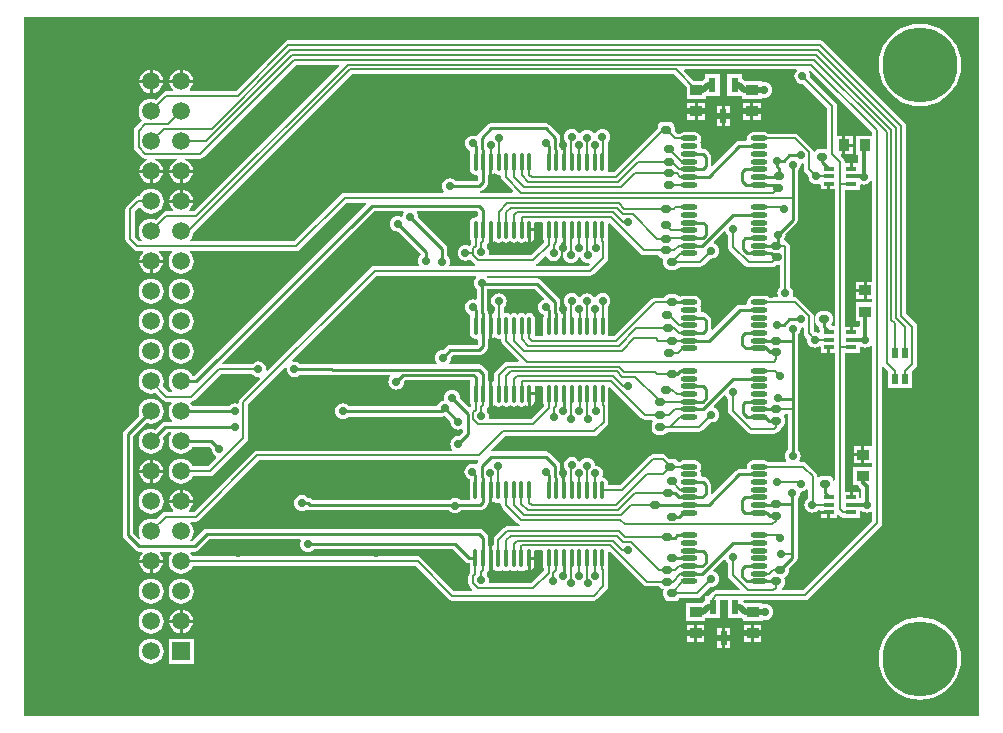
<source format=gtl>
G04 Layer_Physical_Order=1*
G04 Layer_Color=255*
%FSAX24Y24*%
%MOIN*%
G70*
G01*
G75*
%ADD10R,0.0335X0.0157*%
%ADD11R,0.0394X0.0374*%
%ADD12R,0.0374X0.0394*%
%ADD13R,0.0197X0.0354*%
%ADD14O,0.0138X0.0610*%
%ADD15O,0.0551X0.0177*%
%ADD16R,0.0244X0.0480*%
%ADD17C,0.0100*%
%ADD18C,0.0080*%
%ADD19C,0.0200*%
%ADD20C,0.0120*%
%ADD21C,0.2500*%
%ADD22C,0.0591*%
%ADD23R,0.0591X0.0591*%
G04:AMPARAMS|DCode=24|XSize=32mil|YSize=28mil|CornerRadius=7mil|HoleSize=0mil|Usage=FLASHONLY|Rotation=0.000|XOffset=0mil|YOffset=0mil|HoleType=Round|Shape=RoundedRectangle|*
%AMROUNDEDRECTD24*
21,1,0.0320,0.0140,0,0,0.0*
21,1,0.0180,0.0280,0,0,0.0*
1,1,0.0140,0.0090,-0.0070*
1,1,0.0140,-0.0090,-0.0070*
1,1,0.0140,-0.0090,0.0070*
1,1,0.0140,0.0090,0.0070*
%
%ADD24ROUNDEDRECTD24*%
%ADD25C,0.0283*%
%ADD26C,0.0320*%
G36*
X042650Y018370D02*
X010810D01*
Y041650D01*
X042650D01*
Y018370D01*
D02*
G37*
%LPC*%
G36*
X016100Y039902D02*
Y039560D01*
X016442D01*
X016435Y039614D01*
X016395Y039710D01*
X016332Y039792D01*
X016249Y039856D01*
X016153Y039895D01*
X016100Y039902D01*
D02*
G37*
G36*
X015100D02*
Y039560D01*
X015442D01*
X015435Y039614D01*
X015395Y039710D01*
X015332Y039792D01*
X015249Y039856D01*
X015153Y039895D01*
X015100Y039902D01*
D02*
G37*
G36*
X016000Y039902D02*
X015947Y039895D01*
X015851Y039856D01*
X015768Y039792D01*
X015705Y039710D01*
X015665Y039614D01*
X015658Y039560D01*
X016000D01*
Y039902D01*
D02*
G37*
G36*
X015000D02*
X014947Y039895D01*
X014851Y039856D01*
X014768Y039792D01*
X014705Y039710D01*
X014665Y039614D01*
X014658Y039560D01*
X015000D01*
Y039902D01*
D02*
G37*
G36*
X015442Y039460D02*
X015100D01*
Y039118D01*
X015153Y039125D01*
X015249Y039165D01*
X015332Y039228D01*
X015395Y039311D01*
X015435Y039407D01*
X015442Y039460D01*
D02*
G37*
G36*
X015000D02*
X014658D01*
X014665Y039407D01*
X014705Y039311D01*
X014768Y039228D01*
X014851Y039165D01*
X014947Y039125D01*
X015000Y039118D01*
Y039460D01*
D02*
G37*
G36*
X040680Y041434D02*
X040465Y041417D01*
X040255Y041367D01*
X040056Y041284D01*
X039872Y041172D01*
X039708Y041032D01*
X039568Y040868D01*
X039456Y040684D01*
X039373Y040485D01*
X039323Y040275D01*
X039306Y040060D01*
X039323Y039845D01*
X039373Y039635D01*
X039456Y039436D01*
X039568Y039252D01*
X039708Y039088D01*
X039872Y038948D01*
X040056Y038836D01*
X040255Y038753D01*
X040465Y038703D01*
X040680Y038686D01*
X040895Y038703D01*
X041105Y038753D01*
X041304Y038836D01*
X041488Y038948D01*
X041652Y039088D01*
X041792Y039252D01*
X041904Y039436D01*
X041987Y039635D01*
X042037Y039845D01*
X042054Y040060D01*
X042037Y040275D01*
X041987Y040485D01*
X041904Y040684D01*
X041792Y040868D01*
X041652Y041032D01*
X041488Y041172D01*
X041304Y041284D01*
X041105Y041367D01*
X040895Y041417D01*
X040680Y041434D01*
D02*
G37*
G36*
X016442Y036460D02*
X016100D01*
Y036118D01*
X016153Y036125D01*
X016249Y036165D01*
X016332Y036228D01*
X016395Y036311D01*
X016435Y036407D01*
X016442Y036460D01*
D02*
G37*
G36*
X015442D02*
X015100D01*
Y036118D01*
X015153Y036125D01*
X015249Y036165D01*
X015332Y036228D01*
X015395Y036311D01*
X015435Y036407D01*
X015442Y036460D01*
D02*
G37*
G36*
X016000D02*
X015658D01*
X015665Y036407D01*
X015705Y036311D01*
X015768Y036228D01*
X015851Y036165D01*
X015947Y036125D01*
X016000Y036118D01*
Y036460D01*
D02*
G37*
G36*
X015000D02*
X014658D01*
X014665Y036407D01*
X014705Y036311D01*
X014768Y036228D01*
X014851Y036165D01*
X014947Y036125D01*
X015000Y036118D01*
Y036460D01*
D02*
G37*
G36*
X016100Y035902D02*
Y035560D01*
X016442D01*
X016435Y035614D01*
X016395Y035710D01*
X016332Y035792D01*
X016249Y035856D01*
X016153Y035895D01*
X016100Y035902D01*
D02*
G37*
G36*
X016000Y035902D02*
X015947Y035895D01*
X015851Y035856D01*
X015768Y035792D01*
X015705Y035710D01*
X015665Y035614D01*
X015658Y035560D01*
X016000D01*
Y035902D01*
D02*
G37*
G36*
X037350Y040873D02*
X019621D01*
X019559Y040861D01*
X019506Y040825D01*
X017864Y039183D01*
X016347D01*
X016344Y039194D01*
X016336Y039233D01*
X016395Y039311D01*
X016435Y039407D01*
X016442Y039460D01*
X016050D01*
X015658D01*
X015665Y039407D01*
X015705Y039311D01*
X015764Y039233D01*
X015756Y039194D01*
X015753Y039183D01*
X015560D01*
X015497Y039171D01*
X015444Y039135D01*
X015205Y038896D01*
X015158Y038915D01*
X015050Y038929D01*
X014942Y038915D01*
X014841Y038873D01*
X014754Y038806D01*
X014687Y038720D01*
X014645Y038619D01*
X014631Y038510D01*
X014645Y038402D01*
X014687Y038301D01*
X014725Y038252D01*
X014745Y038205D01*
X014519Y037980D01*
X014484Y037927D01*
X014472Y037865D01*
Y037315D01*
X014484Y037253D01*
X014519Y037200D01*
X014740Y036980D01*
X014793Y036944D01*
X014855Y036932D01*
X014904D01*
X014914Y036882D01*
X014851Y036856D01*
X014768Y036792D01*
X014705Y036710D01*
X014665Y036614D01*
X014658Y036560D01*
X015050D01*
X015442D01*
X015435Y036614D01*
X015395Y036710D01*
X015332Y036792D01*
X015249Y036856D01*
X015186Y036882D01*
X015196Y036932D01*
X015904D01*
X015914Y036882D01*
X015851Y036856D01*
X015768Y036792D01*
X015705Y036710D01*
X015665Y036614D01*
X015658Y036560D01*
X016050D01*
X016442D01*
X016435Y036614D01*
X016395Y036710D01*
X016332Y036792D01*
X016249Y036856D01*
X016186Y036882D01*
X016196Y036932D01*
X016685D01*
X016747Y036944D01*
X016800Y036980D01*
X019888Y040067D01*
X021311D01*
X021330Y040021D01*
X016482Y035173D01*
X016338D01*
X016322Y035220D01*
X016332Y035228D01*
X016395Y035311D01*
X016435Y035407D01*
X016442Y035460D01*
X016050D01*
X015658D01*
X015665Y035407D01*
X015705Y035311D01*
X015768Y035228D01*
X015778Y035220D01*
X015762Y035173D01*
X015550D01*
X015487Y035161D01*
X015434Y035125D01*
X015205Y034896D01*
X015158Y034915D01*
X015050Y034929D01*
X014942Y034915D01*
X014841Y034873D01*
X014754Y034806D01*
X014687Y034720D01*
X014645Y034619D01*
X014631Y034510D01*
X014645Y034402D01*
X014687Y034301D01*
X014739Y034233D01*
X014715Y034183D01*
X014658D01*
X014513Y034328D01*
Y035172D01*
X014640Y035299D01*
X014698Y035287D01*
X014754Y035214D01*
X014841Y035148D01*
X014942Y035106D01*
X015050Y035091D01*
X015158Y035106D01*
X015259Y035148D01*
X015346Y035214D01*
X015413Y035301D01*
X015455Y035402D01*
X015469Y035510D01*
X015455Y035619D01*
X015413Y035720D01*
X015346Y035806D01*
X015259Y035873D01*
X015158Y035915D01*
X015050Y035929D01*
X014942Y035915D01*
X014841Y035873D01*
X014754Y035806D01*
X014687Y035720D01*
X014668Y035673D01*
X014620D01*
X014558Y035661D01*
X014505Y035626D01*
X014235Y035355D01*
X014199Y035302D01*
X014187Y035240D01*
Y034260D01*
X014199Y034198D01*
X014235Y034145D01*
X014475Y033905D01*
X014528Y033869D01*
X014590Y033857D01*
X014770D01*
X014787Y033807D01*
X014768Y033792D01*
X014705Y033710D01*
X014665Y033614D01*
X014658Y033560D01*
X015050D01*
X015442D01*
X015435Y033614D01*
X015395Y033710D01*
X015332Y033792D01*
X015313Y033807D01*
X015330Y033857D01*
X015742D01*
X015758Y033810D01*
X015754Y033806D01*
X015687Y033720D01*
X015645Y033619D01*
X015631Y033510D01*
X015645Y033402D01*
X015687Y033301D01*
X015754Y033214D01*
X015841Y033148D01*
X015942Y033106D01*
X016050Y033091D01*
X016158Y033106D01*
X016259Y033148D01*
X016346Y033214D01*
X016413Y033301D01*
X016455Y033402D01*
X016469Y033510D01*
X016455Y033619D01*
X016413Y033720D01*
X016346Y033806D01*
X016342Y033810D01*
X016358Y033857D01*
X019890D01*
X019952Y033869D01*
X020005Y033905D01*
X021568Y035467D01*
X022206D01*
X022226Y035421D01*
X016489Y029684D01*
X016428D01*
X016413Y029720D01*
X016346Y029806D01*
X016259Y029873D01*
X016158Y029915D01*
X016050Y029929D01*
X015942Y029915D01*
X015841Y029873D01*
X015754Y029806D01*
X015687Y029720D01*
X015645Y029619D01*
X015631Y029510D01*
X015645Y029402D01*
X015687Y029301D01*
X015754Y029214D01*
X015759Y029210D01*
X015743Y029163D01*
X015628D01*
X015435Y029356D01*
X015455Y029402D01*
X015469Y029510D01*
X015455Y029619D01*
X015413Y029720D01*
X015346Y029806D01*
X015259Y029873D01*
X015158Y029915D01*
X015050Y029929D01*
X014942Y029915D01*
X014841Y029873D01*
X014754Y029806D01*
X014687Y029720D01*
X014645Y029619D01*
X014631Y029510D01*
X014645Y029402D01*
X014687Y029301D01*
X014754Y029214D01*
X014841Y029148D01*
X014942Y029106D01*
X015050Y029091D01*
X015158Y029106D01*
X015205Y029125D01*
X015445Y028885D01*
X015498Y028849D01*
X015560Y028837D01*
X015714D01*
X015739Y028787D01*
X015687Y028720D01*
X015645Y028619D01*
X015631Y028510D01*
X015645Y028402D01*
X015687Y028301D01*
X015754Y028214D01*
X015758Y028211D01*
X015742Y028163D01*
X015530D01*
X015463Y028150D01*
X015407Y028113D01*
X015195Y027900D01*
X015158Y027915D01*
X015050Y027929D01*
X014942Y027915D01*
X014841Y027873D01*
X014754Y027806D01*
X014687Y027720D01*
X014645Y027619D01*
X014631Y027510D01*
X014645Y027402D01*
X014687Y027301D01*
X014754Y027214D01*
X014841Y027148D01*
X014942Y027106D01*
X015050Y027091D01*
X015158Y027106D01*
X015259Y027148D01*
X015346Y027214D01*
X015413Y027301D01*
X015455Y027402D01*
X015469Y027510D01*
X015455Y027619D01*
X015440Y027655D01*
X015601Y027817D01*
X015699D01*
X015723Y027767D01*
X015687Y027720D01*
X015645Y027619D01*
X015631Y027510D01*
X015645Y027402D01*
X015687Y027301D01*
X015754Y027214D01*
X015841Y027148D01*
X015942Y027106D01*
X016050Y027091D01*
X016158Y027106D01*
X016259Y027148D01*
X016346Y027214D01*
X016413Y027301D01*
X016428Y027337D01*
X016988D01*
X017068Y027257D01*
X017066Y027240D01*
X017075Y027172D01*
X017101Y027108D01*
X017143Y027053D01*
X017198Y027011D01*
X017215Y027004D01*
X017225Y026955D01*
X016943Y026673D01*
X016432D01*
X016413Y026720D01*
X016346Y026806D01*
X016259Y026873D01*
X016158Y026915D01*
X016050Y026929D01*
X015942Y026915D01*
X015841Y026873D01*
X015754Y026806D01*
X015687Y026720D01*
X015645Y026619D01*
X015631Y026510D01*
X015645Y026402D01*
X015687Y026301D01*
X015754Y026214D01*
X015841Y026148D01*
X015942Y026106D01*
X016050Y026091D01*
X016158Y026106D01*
X016259Y026148D01*
X016346Y026214D01*
X016413Y026301D01*
X016432Y026347D01*
X017010D01*
X017073Y026360D01*
X017126Y026395D01*
X018245Y027515D01*
X018281Y027568D01*
X018293Y027630D01*
Y028752D01*
X019525Y029985D01*
X019573Y029961D01*
X019566Y029910D01*
X019575Y029842D01*
X019601Y029778D01*
X019643Y029723D01*
X019698Y029681D01*
X019762Y029655D01*
X019830Y029646D01*
X019898Y029655D01*
X019962Y029681D01*
X020017Y029723D01*
X020027Y029737D01*
X021032D01*
X021064Y029730D01*
X023008D01*
X023023Y029705D01*
X023029Y029680D01*
X022991Y029632D01*
X022965Y029568D01*
X022956Y029500D01*
X022965Y029432D01*
X022991Y029368D01*
X023033Y029313D01*
X023088Y029271D01*
X023152Y029245D01*
X023220Y029236D01*
X023288Y029245D01*
X023352Y029271D01*
X023407Y029313D01*
X023449Y029368D01*
X023475Y029432D01*
X023484Y029500D01*
X023482Y029514D01*
X023516Y029550D01*
X025694D01*
Y029412D01*
X025690Y029405D01*
X025675Y029331D01*
Y028859D01*
X025690Y028785D01*
X025704Y028763D01*
Y028661D01*
X025654Y028641D01*
X025342Y028953D01*
X025344Y028970D01*
X025335Y029038D01*
X025309Y029102D01*
X025267Y029157D01*
X025212Y029199D01*
X025148Y029225D01*
X025080Y029234D01*
X025012Y029225D01*
X024948Y029199D01*
X024893Y029157D01*
X024851Y029102D01*
X024825Y029038D01*
X024816Y028970D01*
X024825Y028902D01*
X024806Y028870D01*
X024772Y028865D01*
X024708Y028839D01*
X024653Y028797D01*
X024611Y028742D01*
X024587Y028684D01*
X021637D01*
X021627Y028697D01*
X021572Y028739D01*
X021508Y028765D01*
X021440Y028774D01*
X021372Y028765D01*
X021308Y028739D01*
X021253Y028697D01*
X021211Y028642D01*
X021185Y028579D01*
X021176Y028510D01*
X021185Y028442D01*
X021211Y028378D01*
X021253Y028324D01*
X021308Y028282D01*
X021372Y028255D01*
X021440Y028246D01*
X021508Y028255D01*
X021572Y028282D01*
X021627Y028324D01*
X021637Y028337D01*
X024740D01*
X024807Y028350D01*
X024807Y028350D01*
X024840Y028346D01*
X024857Y028348D01*
X025028Y028177D01*
X025026Y028160D01*
X025035Y028092D01*
X025061Y028028D01*
X025103Y027973D01*
X025158Y027931D01*
X025222Y027905D01*
X025290Y027896D01*
X025358Y027905D01*
X025397Y027921D01*
X025447Y027891D01*
Y027832D01*
X025307Y027692D01*
X025290Y027694D01*
X025222Y027685D01*
X025158Y027659D01*
X025103Y027617D01*
X025061Y027562D01*
X025035Y027498D01*
X025026Y027430D01*
X025035Y027362D01*
X025061Y027298D01*
X025096Y027253D01*
X025081Y027203D01*
X018580D01*
X018518Y027191D01*
X018465Y027155D01*
X016472Y025163D01*
X016329D01*
X016312Y025213D01*
X016332Y025228D01*
X016395Y025311D01*
X016435Y025407D01*
X016442Y025460D01*
X016050D01*
X015658D01*
X015665Y025407D01*
X015705Y025311D01*
X015768Y025228D01*
X015788Y025213D01*
X015771Y025163D01*
X015540D01*
X015477Y025151D01*
X015424Y025115D01*
X015205Y024896D01*
X015158Y024915D01*
X015050Y024929D01*
X014942Y024915D01*
X014841Y024873D01*
X014754Y024806D01*
X014687Y024720D01*
X014645Y024619D01*
X014631Y024510D01*
X014645Y024402D01*
X014687Y024301D01*
X014695Y024291D01*
X014657Y024258D01*
X014463Y024452D01*
Y027679D01*
X014905Y028121D01*
X014942Y028106D01*
X015050Y028091D01*
X015158Y028106D01*
X015259Y028148D01*
X015346Y028214D01*
X015413Y028301D01*
X015455Y028402D01*
X015469Y028510D01*
X015455Y028619D01*
X015413Y028720D01*
X015346Y028806D01*
X015259Y028873D01*
X015158Y028915D01*
X015050Y028929D01*
X014942Y028915D01*
X014841Y028873D01*
X014754Y028806D01*
X014687Y028720D01*
X014645Y028619D01*
X014631Y028510D01*
X014645Y028402D01*
X014660Y028366D01*
X014167Y027873D01*
X014130Y027817D01*
X014117Y027750D01*
Y024380D01*
X014130Y024314D01*
X014167Y024257D01*
X014537Y023887D01*
X014594Y023850D01*
X014660Y023837D01*
X014753D01*
X014764Y023787D01*
X014705Y023710D01*
X014665Y023614D01*
X014658Y023560D01*
X015050D01*
X015442D01*
X015435Y023614D01*
X015395Y023710D01*
X015336Y023787D01*
X015347Y023837D01*
X015714D01*
X015739Y023787D01*
X015687Y023720D01*
X015645Y023619D01*
X015631Y023510D01*
X015645Y023402D01*
X015687Y023301D01*
X015754Y023214D01*
X015841Y023148D01*
X015942Y023106D01*
X016050Y023091D01*
X016158Y023106D01*
X016259Y023148D01*
X016346Y023214D01*
X016413Y023301D01*
X016432Y023347D01*
X023872D01*
X024975Y022245D01*
X025028Y022209D01*
X025090Y022197D01*
X029799D01*
X029861Y022209D01*
X029914Y022245D01*
X030238Y022569D01*
X030274Y022622D01*
X030286Y022684D01*
Y023219D01*
X030274Y023282D01*
X030264Y023297D01*
X030269Y023305D01*
X030284Y023379D01*
Y023817D01*
X030334Y023838D01*
X031452Y022720D01*
X031505Y022684D01*
X031567Y022672D01*
X031979D01*
X032009Y022628D01*
X032071Y022586D01*
X032133Y022574D01*
X032122Y022519D01*
Y022379D01*
X032137Y022305D01*
X032179Y022242D01*
X032241Y022200D01*
X032316Y022185D01*
X032496D01*
X032570Y022200D01*
X032633Y022242D01*
X032662Y022286D01*
X033249D01*
X033312Y022298D01*
X033364Y022334D01*
X033691Y022660D01*
X033720Y022656D01*
X033788Y022665D01*
X033852Y022691D01*
X033907Y022733D01*
X033949Y022788D01*
X033975Y022852D01*
X033984Y022920D01*
X033975Y022988D01*
X033949Y023052D01*
X033907Y023107D01*
X033852Y023149D01*
X033811Y023165D01*
X033796Y023221D01*
X034141Y023566D01*
X034200Y023555D01*
X034211Y023528D01*
X034253Y023473D01*
X034277Y023455D01*
Y023060D01*
X034289Y022998D01*
X034325Y022945D01*
X034680Y022589D01*
X034661Y022543D01*
X033880D01*
X033880Y022543D01*
X033818Y022531D01*
X033765Y022495D01*
X033651Y022381D01*
X033623Y022340D01*
X033524D01*
Y022187D01*
X033452Y022139D01*
X033439Y022126D01*
X032883D01*
Y021512D01*
X033517D01*
Y021608D01*
X033535Y021612D01*
X033547Y021620D01*
X034008D01*
Y022217D01*
X034272D01*
Y021620D01*
X034733D01*
X034745Y021612D01*
X034783Y021604D01*
Y021512D01*
X035417D01*
Y021537D01*
X035450Y021560D01*
X035467Y021563D01*
X035530Y021555D01*
X035598Y021564D01*
X035662Y021590D01*
X035717Y021632D01*
X035759Y021687D01*
X035785Y021750D01*
X035794Y021819D01*
X035785Y021887D01*
X035759Y021951D01*
X035717Y022005D01*
X035662Y022047D01*
X035598Y022074D01*
X035530Y022083D01*
X035467Y022074D01*
X035450Y022078D01*
X035417Y022100D01*
Y022126D01*
X034841D01*
X034828Y022139D01*
X034786Y022167D01*
X034802Y022217D01*
X036840D01*
X036902Y022229D01*
X036955Y022265D01*
X039365Y024675D01*
X039401Y024728D01*
X039413Y024790D01*
Y029990D01*
X039430Y030001D01*
X039463Y030009D01*
X039624Y029848D01*
Y029280D01*
X040416D01*
Y029848D01*
X040531Y029963D01*
X040566Y030016D01*
X040579Y030079D01*
Y031324D01*
X040566Y031387D01*
X040531Y031440D01*
X040213Y031758D01*
Y038010D01*
X040201Y038072D01*
X040165Y038125D01*
X037465Y040825D01*
X037412Y040861D01*
X037350Y040873D01*
D02*
G37*
G36*
X015442Y033460D02*
X015100D01*
Y033118D01*
X015153Y033125D01*
X015249Y033165D01*
X015332Y033228D01*
X015395Y033311D01*
X015435Y033407D01*
X015442Y033460D01*
D02*
G37*
G36*
X015000D02*
X014658D01*
X014665Y033407D01*
X014705Y033311D01*
X014768Y033228D01*
X014851Y033165D01*
X014947Y033125D01*
X015000Y033118D01*
Y033460D01*
D02*
G37*
G36*
X016050Y032929D02*
X015942Y032915D01*
X015841Y032873D01*
X015754Y032806D01*
X015687Y032720D01*
X015645Y032619D01*
X015631Y032510D01*
X015645Y032402D01*
X015687Y032301D01*
X015754Y032214D01*
X015841Y032148D01*
X015942Y032106D01*
X016050Y032091D01*
X016158Y032106D01*
X016259Y032148D01*
X016346Y032214D01*
X016413Y032301D01*
X016455Y032402D01*
X016469Y032510D01*
X016455Y032619D01*
X016413Y032720D01*
X016346Y032806D01*
X016259Y032873D01*
X016158Y032915D01*
X016050Y032929D01*
D02*
G37*
G36*
X015050D02*
X014942Y032915D01*
X014841Y032873D01*
X014754Y032806D01*
X014687Y032720D01*
X014645Y032619D01*
X014631Y032510D01*
X014645Y032402D01*
X014687Y032301D01*
X014754Y032214D01*
X014841Y032148D01*
X014942Y032106D01*
X015050Y032091D01*
X015158Y032106D01*
X015259Y032148D01*
X015346Y032214D01*
X015413Y032301D01*
X015455Y032402D01*
X015469Y032510D01*
X015455Y032619D01*
X015413Y032720D01*
X015346Y032806D01*
X015259Y032873D01*
X015158Y032915D01*
X015050Y032929D01*
D02*
G37*
G36*
X016050Y031929D02*
X015942Y031915D01*
X015841Y031873D01*
X015754Y031806D01*
X015687Y031720D01*
X015645Y031619D01*
X015631Y031510D01*
X015645Y031402D01*
X015687Y031301D01*
X015754Y031214D01*
X015841Y031148D01*
X015942Y031106D01*
X016050Y031091D01*
X016158Y031106D01*
X016259Y031148D01*
X016346Y031214D01*
X016413Y031301D01*
X016455Y031402D01*
X016469Y031510D01*
X016455Y031619D01*
X016413Y031720D01*
X016346Y031806D01*
X016259Y031873D01*
X016158Y031915D01*
X016050Y031929D01*
D02*
G37*
G36*
X015050D02*
X014942Y031915D01*
X014841Y031873D01*
X014754Y031806D01*
X014687Y031720D01*
X014645Y031619D01*
X014631Y031510D01*
X014645Y031402D01*
X014687Y031301D01*
X014754Y031214D01*
X014841Y031148D01*
X014942Y031106D01*
X015050Y031091D01*
X015158Y031106D01*
X015259Y031148D01*
X015346Y031214D01*
X015413Y031301D01*
X015455Y031402D01*
X015469Y031510D01*
X015455Y031619D01*
X015413Y031720D01*
X015346Y031806D01*
X015259Y031873D01*
X015158Y031915D01*
X015050Y031929D01*
D02*
G37*
G36*
X016050Y030929D02*
X015942Y030915D01*
X015841Y030873D01*
X015754Y030806D01*
X015687Y030720D01*
X015645Y030619D01*
X015631Y030510D01*
X015645Y030402D01*
X015687Y030301D01*
X015754Y030214D01*
X015841Y030148D01*
X015942Y030106D01*
X016050Y030091D01*
X016158Y030106D01*
X016259Y030148D01*
X016346Y030214D01*
X016413Y030301D01*
X016455Y030402D01*
X016469Y030510D01*
X016455Y030619D01*
X016413Y030720D01*
X016346Y030806D01*
X016259Y030873D01*
X016158Y030915D01*
X016050Y030929D01*
D02*
G37*
G36*
X015050D02*
X014942Y030915D01*
X014841Y030873D01*
X014754Y030806D01*
X014687Y030720D01*
X014645Y030619D01*
X014631Y030510D01*
X014645Y030402D01*
X014687Y030301D01*
X014754Y030214D01*
X014841Y030148D01*
X014942Y030106D01*
X015050Y030091D01*
X015158Y030106D01*
X015259Y030148D01*
X015346Y030214D01*
X015413Y030301D01*
X015455Y030402D01*
X015469Y030510D01*
X015455Y030619D01*
X015413Y030720D01*
X015346Y030806D01*
X015259Y030873D01*
X015158Y030915D01*
X015050Y030929D01*
D02*
G37*
G36*
X015100Y026902D02*
Y026560D01*
X015442D01*
X015435Y026614D01*
X015395Y026710D01*
X015332Y026792D01*
X015249Y026856D01*
X015153Y026895D01*
X015100Y026902D01*
D02*
G37*
G36*
X015000D02*
X014947Y026895D01*
X014851Y026856D01*
X014768Y026792D01*
X014705Y026710D01*
X014665Y026614D01*
X014658Y026560D01*
X015000D01*
Y026902D01*
D02*
G37*
G36*
X015442Y026460D02*
X015100D01*
Y026118D01*
X015153Y026125D01*
X015249Y026165D01*
X015332Y026228D01*
X015395Y026311D01*
X015435Y026407D01*
X015442Y026460D01*
D02*
G37*
G36*
X015000D02*
X014658D01*
X014665Y026407D01*
X014705Y026311D01*
X014768Y026228D01*
X014851Y026165D01*
X014947Y026125D01*
X015000Y026118D01*
Y026460D01*
D02*
G37*
G36*
X016100Y025902D02*
Y025560D01*
X016442D01*
X016435Y025614D01*
X016395Y025710D01*
X016332Y025792D01*
X016249Y025856D01*
X016153Y025895D01*
X016100Y025902D01*
D02*
G37*
G36*
X016000D02*
X015947Y025895D01*
X015851Y025856D01*
X015768Y025792D01*
X015705Y025710D01*
X015665Y025614D01*
X015658Y025560D01*
X016000D01*
Y025902D01*
D02*
G37*
G36*
X015050Y025929D02*
X014942Y025915D01*
X014841Y025873D01*
X014754Y025806D01*
X014687Y025720D01*
X014645Y025619D01*
X014631Y025510D01*
X014645Y025402D01*
X014687Y025301D01*
X014754Y025214D01*
X014841Y025148D01*
X014942Y025106D01*
X015050Y025091D01*
X015158Y025106D01*
X015259Y025148D01*
X015346Y025214D01*
X015413Y025301D01*
X015455Y025402D01*
X015469Y025510D01*
X015455Y025619D01*
X015413Y025720D01*
X015346Y025806D01*
X015259Y025873D01*
X015158Y025915D01*
X015050Y025929D01*
D02*
G37*
G36*
X015442Y023460D02*
X015100D01*
Y023118D01*
X015153Y023125D01*
X015249Y023165D01*
X015332Y023228D01*
X015395Y023311D01*
X015435Y023407D01*
X015442Y023460D01*
D02*
G37*
G36*
X015000D02*
X014658D01*
X014665Y023407D01*
X014705Y023311D01*
X014768Y023228D01*
X014851Y023165D01*
X014947Y023125D01*
X015000Y023118D01*
Y023460D01*
D02*
G37*
G36*
X016050Y022929D02*
X015942Y022915D01*
X015841Y022873D01*
X015754Y022806D01*
X015687Y022720D01*
X015645Y022619D01*
X015631Y022510D01*
X015645Y022402D01*
X015687Y022301D01*
X015754Y022214D01*
X015841Y022148D01*
X015942Y022106D01*
X016050Y022091D01*
X016158Y022106D01*
X016259Y022148D01*
X016346Y022214D01*
X016413Y022301D01*
X016455Y022402D01*
X016469Y022510D01*
X016455Y022619D01*
X016413Y022720D01*
X016346Y022806D01*
X016259Y022873D01*
X016158Y022915D01*
X016050Y022929D01*
D02*
G37*
G36*
X015050D02*
X014942Y022915D01*
X014841Y022873D01*
X014754Y022806D01*
X014687Y022720D01*
X014645Y022619D01*
X014631Y022510D01*
X014645Y022402D01*
X014687Y022301D01*
X014754Y022214D01*
X014841Y022148D01*
X014942Y022106D01*
X015050Y022091D01*
X015158Y022106D01*
X015259Y022148D01*
X015346Y022214D01*
X015413Y022301D01*
X015455Y022402D01*
X015469Y022510D01*
X015455Y022619D01*
X015413Y022720D01*
X015346Y022806D01*
X015259Y022873D01*
X015158Y022915D01*
X015050Y022929D01*
D02*
G37*
G36*
X016100Y021902D02*
Y021560D01*
X016442D01*
X016435Y021614D01*
X016395Y021710D01*
X016332Y021792D01*
X016249Y021856D01*
X016153Y021895D01*
X016100Y021902D01*
D02*
G37*
G36*
X016000D02*
X015947Y021895D01*
X015851Y021856D01*
X015768Y021792D01*
X015705Y021710D01*
X015665Y021614D01*
X015658Y021560D01*
X016000D01*
Y021902D01*
D02*
G37*
G36*
X035397Y021397D02*
X035150D01*
Y021160D01*
X035397D01*
Y021397D01*
D02*
G37*
G36*
X033497D02*
X033250D01*
Y021160D01*
X033497D01*
Y021397D01*
D02*
G37*
G36*
X035050D02*
X034803D01*
Y021160D01*
X035050D01*
Y021397D01*
D02*
G37*
G36*
X033150D02*
X032903D01*
Y021160D01*
X033150D01*
Y021397D01*
D02*
G37*
G36*
X016442Y021460D02*
X016100D01*
Y021118D01*
X016153Y021125D01*
X016249Y021165D01*
X016332Y021228D01*
X016395Y021311D01*
X016435Y021407D01*
X016442Y021460D01*
D02*
G37*
G36*
X016000D02*
X015658D01*
X015665Y021407D01*
X015705Y021311D01*
X015768Y021228D01*
X015851Y021165D01*
X015947Y021125D01*
X016000Y021118D01*
Y021460D01*
D02*
G37*
G36*
X015050Y021929D02*
X014942Y021915D01*
X014841Y021873D01*
X014754Y021806D01*
X014687Y021720D01*
X014645Y021619D01*
X014631Y021510D01*
X014645Y021402D01*
X014687Y021301D01*
X014754Y021214D01*
X014841Y021148D01*
X014942Y021106D01*
X015050Y021091D01*
X015158Y021106D01*
X015259Y021148D01*
X015346Y021214D01*
X015413Y021301D01*
X015455Y021402D01*
X015469Y021510D01*
X015455Y021619D01*
X015413Y021720D01*
X015346Y021806D01*
X015259Y021873D01*
X015158Y021915D01*
X015050Y021929D01*
D02*
G37*
G36*
X034362Y021289D02*
X034190D01*
Y020999D01*
X034362D01*
Y021289D01*
D02*
G37*
G36*
X034090D02*
X033918D01*
Y020999D01*
X034090D01*
Y021289D01*
D02*
G37*
G36*
X035397Y021060D02*
X035150D01*
Y020823D01*
X035397D01*
Y021060D01*
D02*
G37*
G36*
X035050D02*
X034803D01*
Y020823D01*
X035050D01*
Y021060D01*
D02*
G37*
G36*
X033497D02*
X033250D01*
Y020823D01*
X033497D01*
Y021060D01*
D02*
G37*
G36*
X033150D02*
X032903D01*
Y020823D01*
X033150D01*
Y021060D01*
D02*
G37*
G36*
X034362Y020899D02*
X034190D01*
Y020609D01*
X034362D01*
Y020899D01*
D02*
G37*
G36*
X034090D02*
X033918D01*
Y020609D01*
X034090D01*
Y020899D01*
D02*
G37*
G36*
X016465Y020926D02*
X015635D01*
Y020095D01*
X016465D01*
Y020926D01*
D02*
G37*
G36*
X015050Y020929D02*
X014942Y020915D01*
X014841Y020873D01*
X014754Y020806D01*
X014687Y020720D01*
X014645Y020619D01*
X014631Y020510D01*
X014645Y020402D01*
X014687Y020301D01*
X014754Y020214D01*
X014841Y020148D01*
X014942Y020106D01*
X015050Y020091D01*
X015158Y020106D01*
X015259Y020148D01*
X015346Y020214D01*
X015413Y020301D01*
X015455Y020402D01*
X015469Y020510D01*
X015455Y020619D01*
X015413Y020720D01*
X015346Y020806D01*
X015259Y020873D01*
X015158Y020915D01*
X015050Y020929D01*
D02*
G37*
G36*
X040680Y021644D02*
X040465Y021627D01*
X040255Y021577D01*
X040056Y021494D01*
X039872Y021382D01*
X039708Y021242D01*
X039568Y021078D01*
X039456Y020894D01*
X039373Y020695D01*
X039323Y020485D01*
X039306Y020270D01*
X039323Y020055D01*
X039373Y019845D01*
X039456Y019646D01*
X039568Y019462D01*
X039708Y019298D01*
X039872Y019158D01*
X040056Y019046D01*
X040255Y018963D01*
X040465Y018913D01*
X040680Y018896D01*
X040895Y018913D01*
X041105Y018963D01*
X041304Y019046D01*
X041488Y019158D01*
X041652Y019298D01*
X041792Y019462D01*
X041904Y019646D01*
X041987Y019845D01*
X042037Y020055D01*
X042054Y020270D01*
X042037Y020485D01*
X041987Y020695D01*
X041904Y020894D01*
X041792Y021078D01*
X041652Y021242D01*
X041488Y021382D01*
X041304Y021494D01*
X041105Y021577D01*
X040895Y021627D01*
X040680Y021644D01*
D02*
G37*
%LPD*%
G36*
X036566Y039857D02*
X036531Y039812D01*
X036505Y039748D01*
X036496Y039680D01*
X036505Y039612D01*
X036531Y039548D01*
X036573Y039493D01*
X036628Y039451D01*
X036692Y039425D01*
X036760Y039416D01*
X036789Y039420D01*
X037597Y038612D01*
Y037286D01*
X037547Y037246D01*
X037510Y037254D01*
X037330D01*
X037256Y037239D01*
X037193Y037197D01*
X037176Y037171D01*
X037123Y037182D01*
X037117Y037211D01*
X037081Y037264D01*
X036625Y037720D01*
X036572Y037755D01*
X036510Y037768D01*
X035630D01*
X035580Y037801D01*
X035498Y037817D01*
X035124D01*
X035043Y037801D01*
X034974Y037755D01*
X034928Y037686D01*
X034912Y037605D01*
X034918Y037572D01*
X034877Y037522D01*
X034662D01*
X034595Y037509D01*
X034539Y037471D01*
X033763Y036695D01*
X033713Y036716D01*
Y036999D01*
X033700Y037065D01*
X033663Y037121D01*
X033568Y037215D01*
X033512Y037253D01*
X033446Y037266D01*
X033423D01*
X033382Y037316D01*
X033388Y037349D01*
X033372Y037430D01*
X033341Y037477D01*
X033372Y037523D01*
X033388Y037605D01*
X033372Y037686D01*
X033326Y037755D01*
X033257Y037801D01*
X033176Y037817D01*
X032802D01*
X032720Y037801D01*
X032670Y037768D01*
X032593D01*
X032504Y037857D01*
Y037970D01*
X032489Y038044D01*
X032447Y038107D01*
X032384Y038149D01*
X032310Y038164D01*
X032130D01*
X032056Y038149D01*
X031993Y038107D01*
X031951Y038044D01*
X031936Y037970D01*
Y037924D01*
X030492Y036480D01*
X030310D01*
X030278Y036530D01*
X030288Y036583D01*
Y037055D01*
X030279Y037103D01*
Y037467D01*
X030282Y037470D01*
X030324Y037525D01*
X030351Y037589D01*
X030360Y037657D01*
X030351Y037725D01*
X030324Y037789D01*
X030282Y037844D01*
X030228Y037885D01*
X030164Y037912D01*
X030096Y037921D01*
X030027Y037912D01*
X029964Y037885D01*
X029909Y037844D01*
X029867Y037789D01*
X029863Y037778D01*
X029835Y037773D01*
X029807Y037775D01*
X029771Y037824D01*
X029716Y037865D01*
X029652Y037892D01*
X029584Y037901D01*
X029516Y037892D01*
X029452Y037865D01*
X029397Y037824D01*
X029360Y037775D01*
X029332Y037773D01*
X029305Y037778D01*
X029301Y037789D01*
X029259Y037844D01*
X029204Y037885D01*
X029140Y037912D01*
X029072Y037921D01*
X029004Y037912D01*
X028940Y037885D01*
X028885Y037844D01*
X028843Y037789D01*
X028817Y037725D01*
X028808Y037657D01*
X028817Y037589D01*
X028843Y037525D01*
X028885Y037470D01*
X028889Y037467D01*
Y037264D01*
X028866Y037245D01*
Y036819D01*
X028766D01*
Y037221D01*
X028746Y037222D01*
X028727Y037256D01*
X028720Y037289D01*
X028688Y037337D01*
Y037630D01*
X028675Y037696D01*
X028637Y037753D01*
X028327Y038063D01*
X028271Y038100D01*
X028204Y038113D01*
X026384D01*
X026318Y038100D01*
X026262Y038063D01*
X025952Y037753D01*
X025914Y037696D01*
X025861Y037683D01*
X025833Y037695D01*
X025764Y037704D01*
X025696Y037695D01*
X025632Y037669D01*
X025578Y037627D01*
X025536Y037572D01*
X025509Y037508D01*
X025500Y037440D01*
X025509Y037372D01*
X025536Y037308D01*
X025578Y037253D01*
X025632Y037211D01*
X025691Y037187D01*
Y037136D01*
X025686Y037129D01*
X025672Y037055D01*
Y036583D01*
X025686Y036509D01*
X025728Y036446D01*
X025791Y036405D01*
X025864Y036390D01*
X025897Y036396D01*
X025947Y036355D01*
Y036218D01*
X025913Y036183D01*
X025207D01*
X025197Y036197D01*
X025142Y036239D01*
X025078Y036265D01*
X025010Y036274D01*
X024942Y036265D01*
X024878Y036239D01*
X024823Y036197D01*
X024781Y036142D01*
X024755Y036078D01*
X024746Y036010D01*
X024755Y035942D01*
X024781Y035878D01*
X024808Y035843D01*
X024783Y035793D01*
X021500D01*
X021438Y035781D01*
X021385Y035745D01*
X019822Y034183D01*
X016385D01*
X016361Y034233D01*
X016413Y034301D01*
X016455Y034402D01*
X016461Y034450D01*
X021758Y039747D01*
X032467D01*
X032903Y039310D01*
Y038917D01*
X033537D01*
Y039022D01*
X033543Y039026D01*
X033998D01*
Y039746D01*
X033514D01*
Y039589D01*
X033447Y039544D01*
X033434Y039531D01*
X033144D01*
X032814Y039861D01*
X032833Y039907D01*
X036551D01*
X036566Y039857D01*
D02*
G37*
G36*
X039087Y037812D02*
Y037697D01*
X038547D01*
Y037063D01*
X038626D01*
Y036775D01*
X038434D01*
Y036596D01*
X038334D01*
Y036775D01*
X038173D01*
Y036830D01*
X038161Y036892D01*
X038125Y036945D01*
X038034Y037037D01*
X038053Y037083D01*
X038096D01*
Y037380D01*
Y037677D01*
X037923D01*
Y038680D01*
X037923Y038680D01*
X037911Y038742D01*
X037875Y038795D01*
X037020Y039651D01*
X037024Y039680D01*
X037015Y039748D01*
X036989Y039812D01*
X036979Y039824D01*
X036999Y039880D01*
X037015Y039884D01*
X039087Y037812D01*
D02*
G37*
G36*
Y036177D02*
Y032831D01*
X038910D01*
Y032544D01*
Y032257D01*
X039087D01*
Y032143D01*
X038543D01*
Y031529D01*
X038676D01*
Y031374D01*
X038651Y031335D01*
X038434D01*
Y031156D01*
X038334D01*
Y031335D01*
X038173D01*
Y035885D01*
X038671D01*
Y036050D01*
X038721Y036083D01*
X038742Y036075D01*
X038810Y036066D01*
X038878Y036075D01*
X038942Y036101D01*
X038997Y036143D01*
X039037Y036196D01*
X039042Y036196D01*
X039087Y036177D01*
D02*
G37*
G36*
X026426Y036420D02*
X026442Y036423D01*
X026490Y036455D01*
X026496Y036446D01*
X026558Y036405D01*
X026632Y036390D01*
X026675Y036398D01*
X026725Y036362D01*
Y036319D01*
X026730Y036291D01*
X026735Y036262D01*
X026737Y036260D01*
X026737Y036256D01*
X026753Y036233D01*
X026768Y036208D01*
X027109Y035839D01*
X027089Y035793D01*
X026022D01*
X026017Y035843D01*
X026051Y035850D01*
X026107Y035887D01*
X026243Y036023D01*
X026280Y036079D01*
X026294Y036146D01*
Y036379D01*
X026326Y036404D01*
Y036819D01*
X026426D01*
Y036420D01*
D02*
G37*
G36*
X023475Y035140D02*
X023461Y035122D01*
X023435Y035058D01*
X023432Y035034D01*
X023377Y035003D01*
X023348Y035015D01*
X023280Y035024D01*
X023212Y035015D01*
X023148Y034989D01*
X023093Y034947D01*
X023051Y034892D01*
X023025Y034828D01*
X023016Y034760D01*
X023025Y034692D01*
X023051Y034628D01*
X023093Y034573D01*
X023148Y034531D01*
X023212Y034505D01*
X023280Y034496D01*
X023297Y034498D01*
X024032Y033763D01*
X024029Y033711D01*
X024023Y033707D01*
X023981Y033652D01*
X023955Y033588D01*
X023946Y033520D01*
X023955Y033452D01*
X023975Y033403D01*
X023951Y033353D01*
X022500D01*
X022438Y033341D01*
X022385Y033305D01*
X018938Y029858D01*
X018890Y029882D01*
X018894Y029910D01*
X018885Y029978D01*
X018859Y030042D01*
X018817Y030097D01*
X018762Y030139D01*
X018698Y030165D01*
X018630Y030174D01*
X018562Y030165D01*
X018498Y030139D01*
X018443Y030097D01*
X018425Y030073D01*
X017434D01*
X017414Y030119D01*
X022485Y035190D01*
X023451D01*
X023475Y035140D01*
D02*
G37*
G36*
X025947Y035156D02*
Y035018D01*
X025897Y034977D01*
X025864Y034984D01*
X025791Y034969D01*
X025728Y034927D01*
X025686Y034865D01*
X025672Y034791D01*
Y034319D01*
X025686Y034245D01*
X025701Y034223D01*
Y034087D01*
X025677Y034064D01*
X025656Y034031D01*
X025598Y034055D01*
X025530Y034064D01*
X025462Y034055D01*
X025398Y034029D01*
X025343Y033987D01*
X025301Y033932D01*
X025275Y033868D01*
X025266Y033800D01*
X025275Y033732D01*
X025301Y033668D01*
X025343Y033613D01*
X025398Y033571D01*
X025462Y033545D01*
X025530Y033536D01*
X025598Y033545D01*
X025662Y033571D01*
X025685Y033589D01*
X025839Y033435D01*
X025846Y033430D01*
X025856Y033363D01*
X025849Y033353D01*
X025027D01*
X024993Y033403D01*
X025005Y033432D01*
X025014Y033500D01*
X025005Y033568D01*
X024979Y033632D01*
X024937Y033687D01*
X024923Y033697D01*
Y033930D01*
X024910Y033996D01*
X024873Y034053D01*
X023952Y034973D01*
X023954Y034990D01*
X023945Y035058D01*
X023919Y035122D01*
X023905Y035140D01*
X023929Y035190D01*
X025913D01*
X025947Y035156D01*
D02*
G37*
G36*
X028112Y034791D02*
Y034319D01*
X028126Y034245D01*
X028141Y034223D01*
Y034137D01*
X027717Y033713D01*
X026340D01*
X026311Y033763D01*
X026318Y033820D01*
X026309Y033888D01*
X026283Y033952D01*
X026241Y034007D01*
X026236Y034060D01*
X026271Y034113D01*
X026273Y034124D01*
X026310Y034160D01*
X026325Y034157D01*
X026326Y034156D01*
Y034555D01*
X026426D01*
Y034156D01*
X026442Y034160D01*
X026490Y034192D01*
X026496Y034183D01*
X026558Y034141D01*
X026632Y034126D01*
X026706Y034141D01*
X026760Y034177D01*
X026814Y034141D01*
X026888Y034126D01*
X026962Y034141D01*
X027016Y034177D01*
X027070Y034141D01*
X027144Y034126D01*
X027218Y034141D01*
X027272Y034177D01*
X027326Y034141D01*
X027400Y034126D01*
X027473Y034141D01*
X027536Y034183D01*
X027542Y034192D01*
X027590Y034160D01*
X027606Y034156D01*
Y034555D01*
X027656D01*
Y034605D01*
X027828D01*
Y034791D01*
X027849Y034817D01*
X028091D01*
X028112Y034791D01*
D02*
G37*
G36*
X028866Y034129D02*
X028889Y034110D01*
Y033923D01*
X028863Y033904D01*
X028821Y033849D01*
X028795Y033785D01*
X028786Y033717D01*
X028795Y033649D01*
X028821Y033585D01*
X028863Y033530D01*
X028918Y033488D01*
X028982Y033462D01*
X029050Y033453D01*
X029118Y033462D01*
X029182Y033488D01*
X029237Y033530D01*
X029279Y033585D01*
X029301Y033639D01*
X029321Y033643D01*
X029333D01*
X029353Y033639D01*
X029375Y033585D01*
X029417Y033530D01*
X029472Y033488D01*
X029536Y033462D01*
X029604Y033453D01*
X029662Y033461D01*
X029681Y033436D01*
X029688Y033416D01*
X029626Y033353D01*
X027890D01*
X027882Y033363D01*
X027892Y033430D01*
X027900Y033435D01*
X028165Y033699D01*
X028224Y033688D01*
X028236Y033658D01*
X028278Y033603D01*
X028332Y033561D01*
X028396Y033535D01*
X028464Y033526D01*
X028533Y033535D01*
X028596Y033561D01*
X028651Y033603D01*
X028693Y033658D01*
X028719Y033722D01*
X028728Y033790D01*
X028719Y033858D01*
X028693Y033922D01*
X028651Y033977D01*
X028660Y034033D01*
X028676Y034049D01*
X028711Y034102D01*
X028715Y034123D01*
X028750Y034159D01*
X028766Y034156D01*
Y034555D01*
X028866D01*
Y034129D01*
D02*
G37*
G36*
X031351Y033765D02*
X031404Y033729D01*
X031467Y033717D01*
X031954D01*
X031983Y033673D01*
X032046Y033631D01*
X032088Y033623D01*
X032129Y033571D01*
X032126Y033559D01*
Y033419D01*
X032141Y033345D01*
X032183Y033282D01*
X032246Y033240D01*
X032320Y033225D01*
X032500D01*
X032574Y033240D01*
X032637Y033282D01*
X032666Y033326D01*
X033354D01*
X033416Y033338D01*
X033469Y033374D01*
X033695Y033600D01*
X033724Y033596D01*
X033793Y033605D01*
X033856Y033631D01*
X033911Y033673D01*
X033953Y033728D01*
X033979Y033792D01*
X033988Y033860D01*
X033979Y033928D01*
X033953Y033992D01*
X033911Y034047D01*
X033856Y034089D01*
X033816Y034105D01*
X033801Y034161D01*
X034146Y034506D01*
X034205Y034495D01*
X034216Y034468D01*
X034258Y034413D01*
X034281Y034395D01*
Y034000D01*
X034294Y033938D01*
X034329Y033885D01*
X034849Y033365D01*
X034902Y033329D01*
X034964Y033317D01*
X035740D01*
X035802Y033329D01*
X035855Y033365D01*
X035877Y033386D01*
X036000D01*
X036027Y033364D01*
Y032655D01*
X036003Y032637D01*
X035961Y032582D01*
X035935Y032518D01*
X035926Y032450D01*
X035935Y032382D01*
X035945Y032358D01*
X035912Y032308D01*
X035633D01*
X035583Y032341D01*
X035502Y032357D01*
X035128D01*
X035046Y032341D01*
X034977Y032295D01*
X034931Y032226D01*
X034915Y032145D01*
X034921Y032112D01*
X034880Y032062D01*
X034665D01*
X034599Y032049D01*
X034542Y032011D01*
X033766Y031235D01*
X033716Y031256D01*
Y031539D01*
X033703Y031605D01*
X033666Y031661D01*
X033572Y031755D01*
X033515Y031793D01*
X033449Y031806D01*
X033426D01*
X033385Y031856D01*
X033391Y031889D01*
X033375Y031970D01*
X033344Y032017D01*
X033375Y032063D01*
X033391Y032145D01*
X033375Y032226D01*
X033329Y032295D01*
X033260Y032341D01*
X033179Y032357D01*
X032805D01*
X032723Y032341D01*
X032707Y032330D01*
X032648Y032340D01*
X032640Y032352D01*
X032577Y032394D01*
X032503Y032408D01*
X032323D01*
X032249Y032394D01*
X032186Y032352D01*
X032154Y032303D01*
X031846D01*
X031784Y032291D01*
X031731Y032255D01*
X030496Y031020D01*
X030313D01*
X030281Y031070D01*
X030291Y031123D01*
Y031595D01*
X030282Y031643D01*
Y032007D01*
X030285Y032010D01*
X030327Y032065D01*
X030354Y032129D01*
X030363Y032197D01*
X030354Y032265D01*
X030327Y032329D01*
X030285Y032384D01*
X030231Y032425D01*
X030167Y032452D01*
X030099Y032461D01*
X030030Y032452D01*
X029967Y032425D01*
X029912Y032384D01*
X029870Y032329D01*
X029866Y032318D01*
X029838Y032313D01*
X029811Y032315D01*
X029774Y032364D01*
X029719Y032405D01*
X029655Y032432D01*
X029587Y032441D01*
X029519Y032432D01*
X029455Y032405D01*
X029400Y032364D01*
X029363Y032315D01*
X029336Y032313D01*
X029308Y032318D01*
X029304Y032329D01*
X029262Y032384D01*
X029207Y032425D01*
X029144Y032452D01*
X029075Y032461D01*
X029007Y032452D01*
X028943Y032425D01*
X028889Y032384D01*
X028847Y032329D01*
X028820Y032265D01*
X028811Y032197D01*
X028820Y032129D01*
X028847Y032065D01*
X028889Y032010D01*
X028892Y032007D01*
Y031804D01*
X028869Y031785D01*
Y031359D01*
X028769D01*
Y031761D01*
X028749Y031762D01*
X028730Y031796D01*
X028724Y031829D01*
X028691Y031877D01*
Y032170D01*
X028678Y032236D01*
X028640Y032293D01*
X028040Y032893D01*
X027984Y032930D01*
X027918Y032943D01*
X026275D01*
X026261Y032961D01*
X026257Y032967D01*
X026256Y032967D01*
X026245Y032981D01*
X026260Y033027D01*
X029693D01*
X029756Y033039D01*
X029808Y033075D01*
X030243Y033509D01*
X030278Y033562D01*
X030291Y033624D01*
Y034159D01*
X030278Y034222D01*
X030268Y034237D01*
X030274Y034245D01*
X030288Y034319D01*
Y034757D01*
X030338Y034778D01*
X031351Y033765D01*
D02*
G37*
G36*
X025897Y032977D02*
X025883Y032967D01*
X025841Y032912D01*
X025815Y032848D01*
X025806Y032780D01*
X025815Y032712D01*
X025841Y032648D01*
X025883Y032593D01*
X025904Y032577D01*
Y032261D01*
X025854Y032227D01*
X025836Y032235D01*
X025768Y032244D01*
X025699Y032235D01*
X025636Y032209D01*
X025581Y032167D01*
X025539Y032112D01*
X025513Y032048D01*
X025504Y031980D01*
X025513Y031912D01*
X025539Y031848D01*
X025581Y031793D01*
X025636Y031751D01*
X025694Y031727D01*
Y031676D01*
X025690Y031669D01*
X025675Y031595D01*
Y031123D01*
X025690Y031049D01*
X025731Y030986D01*
X025794Y030945D01*
X025867Y030930D01*
X025900Y030936D01*
X025950Y030895D01*
Y030758D01*
X025916Y030723D01*
X025030D01*
X024964Y030710D01*
X024907Y030673D01*
X024797Y030562D01*
X024780Y030564D01*
X024712Y030555D01*
X024648Y030529D01*
X024593Y030487D01*
X024551Y030432D01*
X024525Y030368D01*
X024516Y030300D01*
X024525Y030232D01*
X024551Y030168D01*
X024583Y030127D01*
X024564Y030077D01*
X021102D01*
X021070Y030083D01*
X021070Y030083D01*
X020027D01*
X020017Y030097D01*
X019962Y030139D01*
X019898Y030165D01*
X019830Y030174D01*
X019779Y030167D01*
X019755Y030215D01*
X022568Y033027D01*
X025880D01*
X025897Y032977D01*
D02*
G37*
G36*
X036803Y036749D02*
Y036594D01*
X036815Y036531D01*
X036851Y036479D01*
X036960Y036369D01*
X036956Y036340D01*
X036965Y036272D01*
X036991Y036208D01*
X037033Y036153D01*
X037088Y036111D01*
X037152Y036085D01*
X037220Y036076D01*
X037288Y036085D01*
X037319Y036098D01*
X037369Y036064D01*
Y035905D01*
X037586D01*
Y036084D01*
X037686D01*
Y035905D01*
X037847D01*
Y031355D01*
X037755D01*
X037728Y031405D01*
X037749Y031436D01*
X037764Y031510D01*
Y031650D01*
X037749Y031724D01*
X037707Y031787D01*
X037644Y031829D01*
X037570Y031844D01*
X037390D01*
X037316Y031829D01*
X037253Y031787D01*
X037211Y031724D01*
X037196Y031650D01*
Y031510D01*
X037211Y031436D01*
X037253Y031373D01*
X037307Y031337D01*
Y031310D01*
X037320Y031244D01*
X037347Y031203D01*
X037339Y031159D01*
X037294Y031136D01*
X037248Y031155D01*
X037180Y031164D01*
X037176Y031163D01*
X037132Y031203D01*
Y031688D01*
X037120Y031751D01*
X037085Y031804D01*
X036628Y032260D01*
X036576Y032295D01*
X036513Y032308D01*
X036468D01*
X036435Y032358D01*
X036445Y032382D01*
X036454Y032450D01*
X036445Y032518D01*
X036419Y032582D01*
X036377Y032637D01*
X036353Y032655D01*
Y033980D01*
X036341Y034042D01*
X036305Y034095D01*
X036250Y034150D01*
X036197Y034186D01*
X036166Y034192D01*
X036143Y034242D01*
X036163Y034268D01*
X036189Y034332D01*
X036198Y034400D01*
X036196Y034417D01*
X036557Y034777D01*
X036595Y034834D01*
X036608Y034900D01*
Y035630D01*
Y036523D01*
X036621Y036533D01*
X036663Y036588D01*
X036689Y036652D01*
X036698Y036720D01*
X036697Y036730D01*
X036737Y036780D01*
X036753Y036782D01*
X036803Y036749D01*
D02*
G37*
G36*
X028160Y032283D02*
X028143Y032236D01*
X028139Y032235D01*
X028076Y032209D01*
X028021Y032167D01*
X027979Y032112D01*
X027953Y032048D01*
X027944Y031980D01*
X027953Y031912D01*
X027979Y031848D01*
X028021Y031793D01*
X028076Y031751D01*
X028134Y031727D01*
Y031676D01*
X028130Y031669D01*
X028115Y031595D01*
Y031123D01*
X028125Y031070D01*
X028093Y031020D01*
X027878D01*
X027869Y031026D01*
X027841Y031070D01*
X027851Y031123D01*
Y031595D01*
X027837Y031669D01*
X027795Y031731D01*
X027733Y031773D01*
X027659Y031788D01*
X027585Y031773D01*
X027531Y031737D01*
X027477Y031773D01*
X027403Y031788D01*
X027329Y031773D01*
X027275Y031737D01*
X027221Y031773D01*
X027147Y031788D01*
X027073Y031773D01*
X027019Y031737D01*
X026965Y031773D01*
X026891Y031788D01*
X026848Y031779D01*
X026798Y031816D01*
Y031972D01*
X026822Y031990D01*
X026864Y032045D01*
X026890Y032109D01*
X026899Y032177D01*
X026890Y032245D01*
X026864Y032309D01*
X026822Y032364D01*
X026767Y032405D01*
X026704Y032432D01*
X026635Y032441D01*
X026567Y032432D01*
X026503Y032405D01*
X026449Y032364D01*
X026407Y032309D01*
X026380Y032245D01*
X026371Y032177D01*
X026380Y032109D01*
X026407Y032045D01*
X026449Y031990D01*
X026472Y031972D01*
Y031792D01*
X026429Y031763D01*
Y031359D01*
Y030960D01*
X026445Y030963D01*
X026493Y030995D01*
X026499Y030986D01*
X026561Y030945D01*
X026635Y030930D01*
X026678Y030938D01*
X026728Y030902D01*
Y030859D01*
X026740Y030796D01*
X026776Y030744D01*
X027310Y030209D01*
X027291Y030163D01*
X026926D01*
X026864Y030151D01*
X026811Y030115D01*
X026520Y029824D01*
X026484Y029771D01*
X026472Y029709D01*
Y029528D01*
X026429Y029500D01*
Y029095D01*
Y028696D01*
X026445Y028700D01*
X026493Y028732D01*
X026499Y028723D01*
X026561Y028681D01*
X026635Y028666D01*
X026709Y028681D01*
X026763Y028717D01*
X026817Y028681D01*
X026891Y028666D01*
X026965Y028681D01*
X027019Y028717D01*
X027073Y028681D01*
X027147Y028666D01*
X027221Y028681D01*
X027275Y028717D01*
X027329Y028681D01*
X027403Y028666D01*
X027477Y028681D01*
X027539Y028723D01*
X027545Y028732D01*
X027593Y028700D01*
X027609Y028696D01*
Y029095D01*
X027659D01*
Y029145D01*
X027831D01*
Y029331D01*
X027852Y029357D01*
X028094D01*
X028115Y029331D01*
Y028859D01*
X028130Y028785D01*
X028144Y028763D01*
Y028677D01*
X027720Y028253D01*
X026344D01*
X026314Y028303D01*
X026322Y028360D01*
X026313Y028428D01*
X026286Y028492D01*
X026244Y028547D01*
X026239Y028600D01*
X026274Y028653D01*
X026276Y028664D01*
X026313Y028700D01*
X026329Y028697D01*
X026329Y028696D01*
Y029095D01*
Y029510D01*
X026297Y029535D01*
Y029768D01*
X026284Y029834D01*
X026246Y029890D01*
X026110Y030026D01*
X026054Y030064D01*
X025988Y030077D01*
X024996D01*
X024977Y030127D01*
X025009Y030168D01*
X025035Y030232D01*
X025044Y030300D01*
X025042Y030317D01*
X025102Y030377D01*
X025988D01*
X026054Y030390D01*
X026110Y030427D01*
X026246Y030563D01*
X026284Y030619D01*
X026297Y030686D01*
Y030919D01*
X026329Y030944D01*
Y031359D01*
Y031761D01*
X026309Y031762D01*
X026290Y031796D01*
X026284Y031829D01*
X026251Y031877D01*
Y032589D01*
X026257Y032593D01*
X026259Y032597D01*
X027846D01*
X028160Y032283D01*
D02*
G37*
G36*
X039087Y030691D02*
Y027397D01*
X039077Y027351D01*
X039037Y027351D01*
X038830D01*
Y027064D01*
Y026777D01*
X039077Y026777D01*
X039087Y026731D01*
Y026663D01*
X038463D01*
Y026049D01*
X038618D01*
X038650Y026000D01*
X038716Y025934D01*
Y025657D01*
X038666Y025631D01*
X038651Y025642D01*
Y025835D01*
X038434D01*
Y025656D01*
X038334D01*
Y025835D01*
X038173D01*
Y030445D01*
X038671D01*
Y030652D01*
X038721Y030676D01*
X038728Y030671D01*
X038792Y030645D01*
X038860Y030636D01*
X038928Y030645D01*
X038992Y030671D01*
X039037Y030706D01*
X039087Y030691D01*
D02*
G37*
G36*
X018443Y029723D02*
X018498Y029681D01*
X018562Y029655D01*
X018630Y029646D01*
X018658Y029650D01*
X018682Y029602D01*
X018015Y028935D01*
X017979Y028882D01*
X017967Y028820D01*
Y028796D01*
X017927Y028765D01*
X017917Y028765D01*
X017850Y028774D01*
X017782Y028765D01*
X017718Y028739D01*
X017663Y028697D01*
X017653Y028684D01*
X016428D01*
X016413Y028720D01*
X016361Y028787D01*
X016386Y028837D01*
X016390D01*
X016452Y028849D01*
X016505Y028885D01*
X017368Y029747D01*
X018425D01*
X018443Y029723D01*
D02*
G37*
G36*
X031385Y028275D02*
X031438Y028239D01*
X031500Y028227D01*
X031750D01*
X031776Y028182D01*
X031751Y028144D01*
X031736Y028070D01*
Y027930D01*
X031751Y027856D01*
X031793Y027793D01*
X031856Y027751D01*
X031930Y027736D01*
X032110D01*
X032184Y027751D01*
X032247Y027793D01*
X032276Y027837D01*
X033330D01*
X033392Y027849D01*
X033445Y027885D01*
X033700Y028140D01*
X033728Y028136D01*
X033796Y028145D01*
X033860Y028171D01*
X033914Y028213D01*
X033956Y028268D01*
X033983Y028332D01*
X033992Y028400D01*
X033983Y028468D01*
X033956Y028532D01*
X033914Y028587D01*
X033860Y028629D01*
X033819Y028645D01*
X033804Y028701D01*
X034149Y029046D01*
X034208Y029035D01*
X034219Y029008D01*
X034261Y028953D01*
X034284Y028935D01*
Y028522D01*
X034297Y028460D01*
X034332Y028407D01*
X034926Y027814D01*
X034978Y027778D01*
X035041Y027766D01*
X035819D01*
X035882Y027778D01*
X035934Y027814D01*
X036009Y027888D01*
X036041Y027937D01*
X036057Y027940D01*
X036120Y027982D01*
X036162Y028045D01*
X036177Y028119D01*
Y028259D01*
X036162Y028333D01*
X036141Y028366D01*
X036168Y028412D01*
X036264D01*
Y027225D01*
X036253Y027217D01*
X036211Y027162D01*
X036185Y027098D01*
X036176Y027030D01*
X036185Y026962D01*
X036211Y026898D01*
X036227Y026878D01*
X036202Y026828D01*
X035625D01*
X035575Y026861D01*
X035494Y026877D01*
X035120D01*
X035039Y026861D01*
X034970Y026815D01*
X034924Y026746D01*
X034907Y026665D01*
X034914Y026632D01*
X034873Y026582D01*
X034657D01*
X034591Y026569D01*
X034535Y026531D01*
X033759Y025755D01*
X033709Y025776D01*
Y026059D01*
X033696Y026125D01*
X033658Y026181D01*
X033564Y026275D01*
X033508Y026313D01*
X033441Y026326D01*
X033418D01*
X033377Y026376D01*
X033384Y026409D01*
X033368Y026490D01*
X033337Y026537D01*
X033368Y026583D01*
X033384Y026665D01*
X033368Y026746D01*
X033322Y026815D01*
X033253Y026861D01*
X033171Y026877D01*
X032797D01*
X032716Y026861D01*
X032666Y026828D01*
X032616D01*
X032587Y026872D01*
X032524Y026914D01*
X032450Y026928D01*
X032322D01*
X032225Y027025D01*
X032172Y027061D01*
X032110Y027073D01*
X031780D01*
X031718Y027061D01*
X031665Y027025D01*
X030681Y026042D01*
X030284D01*
Y026115D01*
X030269Y026189D01*
X030227Y026251D01*
X030165Y026293D01*
X030125Y026301D01*
X030093Y026355D01*
X030100Y026372D01*
X030109Y026441D01*
X030100Y026509D01*
X030074Y026573D01*
X030032Y026627D01*
X029977Y026669D01*
X029914Y026696D01*
X029845Y026705D01*
X029842Y026704D01*
X029834Y026765D01*
X029808Y026829D01*
X029766Y026884D01*
X029711Y026925D01*
X029648Y026952D01*
X029579Y026961D01*
X029511Y026952D01*
X029447Y026925D01*
X029393Y026884D01*
X029356Y026835D01*
X029328Y026833D01*
X029301Y026838D01*
X029296Y026849D01*
X029254Y026904D01*
X029200Y026945D01*
X029136Y026972D01*
X029068Y026981D01*
X028999Y026972D01*
X028936Y026945D01*
X028881Y026904D01*
X028839Y026849D01*
X028813Y026785D01*
X028804Y026717D01*
X028813Y026649D01*
X028839Y026585D01*
X028881Y026530D01*
X028884Y026527D01*
Y026324D01*
X028862Y026305D01*
Y025879D01*
X028762D01*
Y026281D01*
X028742Y026282D01*
X028722Y026316D01*
X028716Y026349D01*
X028683Y026397D01*
Y026690D01*
X028670Y026756D01*
X028633Y026813D01*
X028323Y027123D01*
X028266Y027160D01*
X028200Y027173D01*
X026415D01*
X026394Y027223D01*
X026848Y027677D01*
X029806D01*
X029869Y027689D01*
X029922Y027725D01*
X030246Y028049D01*
X030281Y028102D01*
X030294Y028164D01*
Y028699D01*
X030281Y028762D01*
X030271Y028777D01*
X030277Y028785D01*
X030291Y028859D01*
Y029297D01*
X030341Y029318D01*
X031385Y028275D01*
D02*
G37*
G36*
X025962Y026827D02*
X025947Y026813D01*
X025910Y026756D01*
X025856Y026743D01*
X025828Y026755D01*
X025760Y026764D01*
X025692Y026755D01*
X025628Y026729D01*
X025573Y026687D01*
X025531Y026632D01*
X025505Y026568D01*
X025496Y026500D01*
X025505Y026432D01*
X025531Y026368D01*
X025573Y026313D01*
X025628Y026271D01*
X025687Y026247D01*
Y026196D01*
X025682Y026189D01*
X025667Y026115D01*
Y025643D01*
X025675Y025603D01*
X025637Y025553D01*
X025379D01*
X025377Y025557D01*
X025322Y025599D01*
X025258Y025625D01*
X025190Y025634D01*
X025122Y025625D01*
X025058Y025599D01*
X025003Y025557D01*
X025001Y025553D01*
X020432D01*
X020413Y025573D01*
X020356Y025610D01*
X020290Y025623D01*
X020277D01*
X020267Y025637D01*
X020212Y025679D01*
X020148Y025705D01*
X020080Y025714D01*
X020012Y025705D01*
X019948Y025679D01*
X019893Y025637D01*
X019851Y025582D01*
X019825Y025518D01*
X019816Y025450D01*
X019825Y025382D01*
X019851Y025318D01*
X019893Y025263D01*
X019948Y025221D01*
X020012Y025195D01*
X020080Y025186D01*
X020148Y025195D01*
X020212Y025221D01*
X020249Y025250D01*
X020294Y025220D01*
X020360Y025207D01*
X024985D01*
X025003Y025183D01*
X025058Y025141D01*
X025122Y025115D01*
X025190Y025106D01*
X025258Y025115D01*
X025322Y025141D01*
X025377Y025183D01*
X025395Y025207D01*
X026020D01*
X026086Y025220D01*
X026143Y025257D01*
X026238Y025353D01*
X026276Y025410D01*
X026282Y025441D01*
X026302Y025476D01*
X026322Y025476D01*
Y025879D01*
X026422D01*
Y025480D01*
X026438Y025483D01*
X026485Y025515D01*
X026491Y025506D01*
X026554Y025465D01*
X026628Y025450D01*
X026670Y025458D01*
X026720Y025422D01*
Y025379D01*
X026733Y025316D01*
X026768Y025264D01*
X027257Y024775D01*
X027310Y024739D01*
X027341Y024733D01*
X027336Y024683D01*
X026919D01*
X026856Y024671D01*
X026803Y024635D01*
X026512Y024344D01*
X026477Y024291D01*
X026465Y024229D01*
Y024048D01*
X026422Y024020D01*
Y023615D01*
Y023216D01*
X026438Y023220D01*
X026485Y023252D01*
X026491Y023243D01*
X026554Y023201D01*
X026628Y023186D01*
X026701Y023201D01*
X026756Y023237D01*
X026810Y023201D01*
X026884Y023186D01*
X026957Y023201D01*
X027011Y023237D01*
X027066Y023201D01*
X027139Y023186D01*
X027213Y023201D01*
X027267Y023237D01*
X027322Y023201D01*
X027395Y023186D01*
X027469Y023201D01*
X027532Y023243D01*
X027538Y023252D01*
X027585Y023220D01*
X027601Y023216D01*
Y023615D01*
X027651D01*
Y023665D01*
X027823D01*
Y023851D01*
X027845Y023877D01*
X028086D01*
X028107Y023851D01*
Y023379D01*
X028122Y023305D01*
X028137Y023283D01*
Y023197D01*
X027712Y022773D01*
X026336D01*
X026307Y022823D01*
X026314Y022880D01*
X026305Y022948D01*
X026279Y023012D01*
X026237Y023067D01*
X026231Y023120D01*
X026267Y023173D01*
X026269Y023184D01*
X026306Y023220D01*
X026321Y023217D01*
X026322Y023216D01*
Y023615D01*
Y024030D01*
X026289Y024055D01*
Y024288D01*
X026276Y024354D01*
X026238Y024410D01*
X026103Y024546D01*
X026046Y024584D01*
X025980Y024597D01*
X016914D01*
X016847Y024584D01*
X016791Y024546D01*
X016431Y024186D01*
X016381Y024191D01*
X016361Y024233D01*
X016413Y024301D01*
X016455Y024402D01*
X016469Y024510D01*
X016455Y024619D01*
X016413Y024720D01*
X016361Y024787D01*
X016386Y024837D01*
X016540D01*
X016602Y024849D01*
X016655Y024885D01*
X018648Y026877D01*
X025941D01*
X025962Y026827D01*
D02*
G37*
G36*
X036806Y031289D02*
Y031111D01*
X036819Y031048D01*
X036854Y030995D01*
X036920Y030929D01*
X036916Y030900D01*
X036925Y030832D01*
X036951Y030768D01*
X036993Y030713D01*
X037048Y030671D01*
X037112Y030645D01*
X037180Y030636D01*
X037248Y030645D01*
X037312Y030671D01*
X037319Y030676D01*
X037369Y030652D01*
Y030465D01*
X037586D01*
Y030644D01*
X037686D01*
Y030465D01*
X037847D01*
Y026209D01*
X037797Y026204D01*
X037789Y026244D01*
X037747Y026307D01*
X037684Y026349D01*
X037610Y026364D01*
X037430D01*
X037356Y026349D01*
X037313Y026320D01*
X037276Y026335D01*
X037262Y026344D01*
X037251Y026402D01*
X037215Y026455D01*
X036891Y026780D01*
X036838Y026815D01*
X036775Y026828D01*
X036678D01*
X036653Y026878D01*
X036669Y026898D01*
X036695Y026962D01*
X036704Y027030D01*
X036695Y027098D01*
X036669Y027162D01*
X036627Y027217D01*
X036611Y027229D01*
Y028590D01*
Y028933D01*
X036610Y028937D01*
X036611Y028940D01*
Y031063D01*
X036624Y031073D01*
X036666Y031128D01*
X036693Y031192D01*
X036702Y031260D01*
X036700Y031270D01*
X036744Y031321D01*
X036756Y031322D01*
X036806Y031289D01*
D02*
G37*
G36*
X036937Y025897D02*
Y025612D01*
X036903Y025587D01*
X036861Y025532D01*
X036835Y025468D01*
X036826Y025400D01*
X036835Y025332D01*
X036861Y025268D01*
X036903Y025213D01*
X036958Y025171D01*
X037022Y025145D01*
X037090Y025136D01*
X037158Y025145D01*
X037222Y025171D01*
X037277Y025213D01*
X037295Y025237D01*
X037349D01*
Y025201D01*
X037369D01*
Y025194D01*
X037636D01*
Y025144D01*
X037686D01*
Y024965D01*
X037903D01*
Y025061D01*
X037950Y025080D01*
X038001Y025029D01*
X038053Y024993D01*
X038097Y024985D01*
Y024945D01*
X038671D01*
Y025186D01*
X038697Y025203D01*
X038704Y025205D01*
X038721Y025207D01*
X038768Y025171D01*
X038832Y025145D01*
X038900Y025136D01*
X038968Y025145D01*
X039032Y025171D01*
X039037Y025175D01*
X039087Y025150D01*
Y024858D01*
X036772Y022543D01*
X036110D01*
X036077Y022582D01*
X036081Y022611D01*
X036113Y022632D01*
X036155Y022695D01*
X036169Y022769D01*
Y022909D01*
X036157Y022970D01*
X036190Y022976D01*
X036253Y023018D01*
X036295Y023081D01*
X036309Y023155D01*
Y023264D01*
X036553Y023507D01*
X036590Y023563D01*
X036603Y023629D01*
Y023780D01*
Y025583D01*
X036617Y025593D01*
X036659Y025648D01*
X036685Y025712D01*
X036694Y025780D01*
X036693Y025790D01*
X036732Y025840D01*
X036768Y025845D01*
X036832Y025871D01*
X036887Y025913D01*
X036887Y025914D01*
X036937Y025897D01*
D02*
G37*
G36*
X020037Y024200D02*
X020015Y024148D01*
X020006Y024080D01*
X020015Y024012D01*
X020041Y023948D01*
X020083Y023893D01*
X020138Y023851D01*
X020202Y023825D01*
X020270Y023816D01*
X020338Y023825D01*
X020402Y023851D01*
X020457Y023893D01*
X020467Y023907D01*
X025118D01*
X025532Y023492D01*
X025589Y023455D01*
X025655Y023442D01*
X025667D01*
Y023379D01*
X025682Y023305D01*
X025697Y023283D01*
Y023147D01*
X025673Y023124D01*
X025638Y023071D01*
X025625Y023008D01*
Y022772D01*
X025638Y022709D01*
X025673Y022656D01*
X025760Y022569D01*
X025741Y022523D01*
X025158D01*
X024055Y023626D01*
X024002Y023661D01*
X023940Y023673D01*
X016432D01*
X016413Y023720D01*
X016361Y023787D01*
X016386Y023837D01*
X016500D01*
X016566Y023850D01*
X016623Y023887D01*
X016985Y024250D01*
X020014D01*
X020037Y024200D01*
D02*
G37*
%LPC*%
G36*
X034746Y039746D02*
X034262D01*
Y039026D01*
X034717D01*
X034730Y039017D01*
X034753Y039012D01*
Y038917D01*
X035387D01*
Y038936D01*
X035437Y038967D01*
X035490Y038960D01*
X035558Y038969D01*
X035622Y038996D01*
X035677Y039038D01*
X035719Y039092D01*
X035745Y039156D01*
X035754Y039224D01*
X035745Y039293D01*
X035719Y039356D01*
X035677Y039411D01*
X035622Y039453D01*
X035558Y039479D01*
X035490Y039488D01*
X035437Y039481D01*
X035387Y039513D01*
Y039531D01*
X034826D01*
X034813Y039544D01*
X034746Y039589D01*
Y039746D01*
D02*
G37*
G36*
X035367Y038803D02*
X035120D01*
Y038566D01*
X035367D01*
Y038803D01*
D02*
G37*
G36*
X033517D02*
X033270D01*
Y038566D01*
X033517D01*
Y038803D01*
D02*
G37*
G36*
X035020D02*
X034773D01*
Y038566D01*
X035020D01*
Y038803D01*
D02*
G37*
G36*
X033170D02*
X032923D01*
Y038566D01*
X033170D01*
Y038803D01*
D02*
G37*
G36*
X034352Y038694D02*
X034180D01*
Y038404D01*
X034352D01*
Y038694D01*
D02*
G37*
G36*
X034080D02*
X033908D01*
Y038404D01*
X034080D01*
Y038694D01*
D02*
G37*
G36*
X035367Y038466D02*
X035120D01*
Y038229D01*
X035367D01*
Y038466D01*
D02*
G37*
G36*
X035020D02*
X034773D01*
Y038229D01*
X035020D01*
Y038466D01*
D02*
G37*
G36*
X033517D02*
X033270D01*
Y038229D01*
X033517D01*
Y038466D01*
D02*
G37*
G36*
X033170D02*
X032923D01*
Y038229D01*
X033170D01*
Y038466D01*
D02*
G37*
G36*
X034352Y038304D02*
X034180D01*
Y038014D01*
X034352D01*
Y038304D01*
D02*
G37*
G36*
X034080D02*
X033908D01*
Y038014D01*
X034080D01*
Y038304D01*
D02*
G37*
G36*
X038433Y037677D02*
X038196D01*
Y037430D01*
X038433D01*
Y037677D01*
D02*
G37*
G36*
Y037330D02*
X038196D01*
Y037083D01*
X038433D01*
Y037330D01*
D02*
G37*
G36*
X038810Y032831D02*
X038563D01*
Y032594D01*
X038810D01*
Y032831D01*
D02*
G37*
G36*
Y032494D02*
X038563D01*
Y032257D01*
X038810D01*
Y032494D01*
D02*
G37*
G36*
X027828Y034505D02*
X027706D01*
Y034156D01*
X027722Y034160D01*
X027777Y034197D01*
X027815Y034253D01*
X027828Y034319D01*
Y034505D01*
D02*
G37*
G36*
X027831Y029045D02*
X027709D01*
Y028696D01*
X027725Y028700D01*
X027781Y028737D01*
X027818Y028793D01*
X027831Y028859D01*
Y029045D01*
D02*
G37*
G36*
X038730Y027351D02*
X038483D01*
Y027114D01*
X038730D01*
Y027351D01*
D02*
G37*
G36*
Y027014D02*
X038483D01*
Y026777D01*
X038730D01*
Y027014D01*
D02*
G37*
G36*
X027823Y023565D02*
X027701D01*
Y023216D01*
X027717Y023220D01*
X027773Y023257D01*
X027810Y023313D01*
X027823Y023379D01*
Y023565D01*
D02*
G37*
G36*
X037586Y025094D02*
X037369D01*
Y024965D01*
X037586D01*
Y025094D01*
D02*
G37*
%LPD*%
D10*
X038384Y036084D02*
D03*
Y036340D02*
D03*
Y036596D02*
D03*
X037636D02*
D03*
Y036084D02*
D03*
X037636Y036340D02*
D03*
X038384Y025144D02*
D03*
Y025400D02*
D03*
Y025656D02*
D03*
X037636D02*
D03*
Y025144D02*
D03*
X037636Y025400D02*
D03*
X038384Y030644D02*
D03*
Y030900D02*
D03*
Y031156D02*
D03*
X037636D02*
D03*
Y030644D02*
D03*
X037636Y030900D02*
D03*
D11*
X038780Y027064D02*
D03*
Y026356D02*
D03*
X038860Y032544D02*
D03*
Y031836D02*
D03*
X035100Y021110D02*
D03*
Y021819D02*
D03*
X035070Y038516D02*
D03*
Y039224D02*
D03*
X033220Y038516D02*
D03*
Y039224D02*
D03*
X033200Y021110D02*
D03*
Y021819D02*
D03*
D12*
X038146Y037380D02*
D03*
X038854D02*
D03*
D13*
X039843Y030443D02*
D03*
X040197D02*
D03*
X039843Y029577D02*
D03*
X040197D02*
D03*
D14*
X026120Y036819D02*
D03*
X026376D02*
D03*
X025864D02*
D03*
X026888D02*
D03*
X026632D02*
D03*
X027144D02*
D03*
X027656D02*
D03*
X027400D02*
D03*
X025864Y034555D02*
D03*
X026120D02*
D03*
X026376D02*
D03*
X026888D02*
D03*
X026632D02*
D03*
X027400D02*
D03*
X027656D02*
D03*
X027144D02*
D03*
X026123Y031359D02*
D03*
X026379D02*
D03*
X025867D02*
D03*
X026891D02*
D03*
X026635D02*
D03*
X027147D02*
D03*
X027659D02*
D03*
X027403D02*
D03*
X025867Y029095D02*
D03*
X026123D02*
D03*
X026379D02*
D03*
X026891D02*
D03*
X026635D02*
D03*
X027403D02*
D03*
X027659D02*
D03*
X027147D02*
D03*
X027139Y025879D02*
D03*
X027395D02*
D03*
X026884D02*
D03*
X027651D02*
D03*
X026628D02*
D03*
X026372D02*
D03*
X027651Y023615D02*
D03*
X027395D02*
D03*
X026628D02*
D03*
X026372D02*
D03*
X027139D02*
D03*
X026884D02*
D03*
X026116Y025879D02*
D03*
X025860D02*
D03*
X026116Y023615D02*
D03*
X025860D02*
D03*
X028560Y036819D02*
D03*
X028816D02*
D03*
X028304D02*
D03*
X029328D02*
D03*
X029072D02*
D03*
X029584D02*
D03*
X030096D02*
D03*
X029840D02*
D03*
X028304Y034555D02*
D03*
X028560D02*
D03*
X028816D02*
D03*
X029328D02*
D03*
X029072D02*
D03*
X029840D02*
D03*
X030096D02*
D03*
X029584D02*
D03*
X028563Y031359D02*
D03*
X028819D02*
D03*
X028307D02*
D03*
X029331D02*
D03*
X029075D02*
D03*
X029587D02*
D03*
X030099D02*
D03*
X029843D02*
D03*
X028307Y029095D02*
D03*
X028563D02*
D03*
X028819D02*
D03*
X029331D02*
D03*
X029075D02*
D03*
X029843D02*
D03*
X030099D02*
D03*
X029587D02*
D03*
X029579Y025879D02*
D03*
X029835D02*
D03*
X029324D02*
D03*
X030091D02*
D03*
X029068D02*
D03*
X028812D02*
D03*
X030091Y023615D02*
D03*
X029835D02*
D03*
X029068D02*
D03*
X028812D02*
D03*
X029579D02*
D03*
X029324D02*
D03*
X028556Y025879D02*
D03*
X028300D02*
D03*
X028556Y023615D02*
D03*
X028300D02*
D03*
D15*
X032989Y034035D02*
D03*
Y033779D02*
D03*
Y034547D02*
D03*
Y034291D02*
D03*
Y034803D02*
D03*
Y035315D02*
D03*
Y035059D02*
D03*
X035311Y034547D02*
D03*
Y033779D02*
D03*
Y034291D02*
D03*
Y034035D02*
D03*
Y035059D02*
D03*
Y035315D02*
D03*
Y034803D02*
D03*
X032992Y028575D02*
D03*
Y028319D02*
D03*
Y029087D02*
D03*
Y028831D02*
D03*
Y029343D02*
D03*
Y029855D02*
D03*
Y029599D02*
D03*
X035315Y029087D02*
D03*
Y028319D02*
D03*
Y028831D02*
D03*
Y028575D02*
D03*
Y029599D02*
D03*
Y029855D02*
D03*
Y029343D02*
D03*
X035307Y023863D02*
D03*
Y024119D02*
D03*
Y023095D02*
D03*
Y023607D02*
D03*
Y024375D02*
D03*
Y023351D02*
D03*
Y022839D02*
D03*
X032984Y024375D02*
D03*
Y023863D02*
D03*
Y024119D02*
D03*
Y023351D02*
D03*
Y023607D02*
D03*
Y022839D02*
D03*
Y023095D02*
D03*
X032989Y036325D02*
D03*
Y036069D02*
D03*
Y036837D02*
D03*
Y036581D02*
D03*
Y037093D02*
D03*
Y037605D02*
D03*
Y037349D02*
D03*
X035311Y036837D02*
D03*
Y036069D02*
D03*
Y036581D02*
D03*
Y036325D02*
D03*
Y037349D02*
D03*
Y037605D02*
D03*
Y037093D02*
D03*
X032992Y030865D02*
D03*
Y030609D02*
D03*
Y031377D02*
D03*
Y031121D02*
D03*
Y031633D02*
D03*
Y032145D02*
D03*
Y031889D02*
D03*
X035315Y031377D02*
D03*
Y030609D02*
D03*
Y031121D02*
D03*
Y030865D02*
D03*
Y031889D02*
D03*
Y032145D02*
D03*
Y031633D02*
D03*
X035307Y026153D02*
D03*
Y026409D02*
D03*
Y025385D02*
D03*
Y025897D02*
D03*
Y026665D02*
D03*
Y025641D02*
D03*
Y025129D02*
D03*
X032984Y026665D02*
D03*
Y026153D02*
D03*
Y026409D02*
D03*
Y025641D02*
D03*
Y025897D02*
D03*
Y025129D02*
D03*
Y025385D02*
D03*
D16*
X034140Y020949D02*
D03*
X034514Y021980D02*
D03*
X033766D02*
D03*
X034130Y038354D02*
D03*
X034504Y039386D02*
D03*
X033756D02*
D03*
D17*
X037520Y025772D02*
X037636Y025656D01*
X037520Y025772D02*
Y026100D01*
X027918Y032770D02*
X028518Y032170D01*
X026078Y032770D02*
X027918D01*
X028560Y036819D02*
Y037222D01*
X028514Y037268D02*
X028560Y037222D01*
X028514Y037268D02*
Y037630D01*
X035890Y034035D02*
X035934Y034079D01*
X035311Y034035D02*
X035890D01*
X035970Y036490D02*
Y036610D01*
X035924Y036656D02*
X035970Y036610D01*
X035924Y036656D02*
Y036850D01*
X035811Y036069D02*
X035930Y035950D01*
X035311Y036069D02*
X035811D01*
X035928Y031390D02*
X036138D01*
X036328Y031580D01*
X036708D01*
X036438Y028590D02*
Y028933D01*
X035938D02*
X036438D01*
X033433Y028575D02*
X034456Y029599D01*
X032994Y028575D02*
X033433D01*
X033543Y028940D02*
Y029249D01*
X033434Y028831D02*
X033543Y028940D01*
X032992Y028831D02*
X033434D01*
X035681Y030479D02*
X035893D01*
X035551Y030609D02*
X035681Y030479D01*
X035315Y030609D02*
X035551D01*
X032685Y029855D02*
X032992D01*
X032595Y029765D02*
X032685Y029855D01*
X032413Y029765D02*
X032595D01*
X035315Y028319D02*
X035511D01*
X035641Y028189D01*
X035893D01*
X035886Y025405D02*
X036425D01*
X032280Y025780D02*
X032520D01*
X032659Y025641D01*
X032984D01*
X031854Y025385D02*
X032984D01*
X032406Y024999D02*
X032659D01*
X032789Y025129D01*
X032984D01*
X032320Y024300D02*
X032500D01*
X032575Y024375D01*
X036430Y023780D02*
Y025780D01*
X035691Y025029D02*
X035886D01*
X035591Y025129D02*
X035691Y025029D01*
X035307Y025129D02*
X035591D01*
X024740Y028510D02*
X024840Y028610D01*
X021440Y028510D02*
X024740D01*
X024840Y028610D02*
X025290Y028160D01*
X016050Y028510D02*
X017850D01*
X025190Y024080D02*
X025655Y023615D01*
X020270Y024080D02*
X025190D01*
X025655Y023615D02*
X025860D01*
X014660Y024010D02*
X016500D01*
X014290Y024380D02*
X014660Y024010D01*
X014290Y024380D02*
Y027750D01*
X015050Y028510D01*
X016500Y024010D02*
X016914Y024424D01*
X025980D01*
X020360Y025380D02*
X026020D01*
X020290Y025450D02*
X020360Y025380D01*
X020080Y025450D02*
X020290D01*
X017060Y027510D02*
X017330Y027240D01*
X016050Y027510D02*
X017060D01*
X015050D02*
X015530Y027990D01*
X017850D01*
X019830Y029910D02*
X021070D01*
X016050Y029510D02*
X016560D01*
X033425Y023095D02*
X034449Y024119D01*
X035309D01*
X033536Y023460D02*
Y023769D01*
X033426Y023351D02*
X033536Y023460D01*
X032984Y023351D02*
X033426D01*
X032986Y023095D02*
X033425D01*
X034760Y022980D02*
X034901Y022839D01*
X034760Y022980D02*
Y023261D01*
X034901Y022839D02*
X035307D01*
X034760Y023261D02*
X034850Y023351D01*
X026070Y026690D02*
X026380Y027000D01*
X028200D01*
X028510Y026690D01*
X026116Y025879D02*
Y026282D01*
X026070Y026328D02*
X026116Y026282D01*
X026070Y026328D02*
Y026690D01*
X025760Y026500D02*
X025860Y026400D01*
Y025879D02*
Y026400D01*
X028780Y023030D02*
X028812Y023062D01*
Y023615D01*
X028300Y025879D02*
Y026400D01*
X028200Y026500D02*
X028300Y026400D01*
X028510Y026328D02*
Y026690D01*
Y026328D02*
X028556Y026282D01*
Y025879D02*
Y026282D01*
X026116Y023615D02*
Y024288D01*
X025980Y024424D02*
X026116Y024288D01*
X034850Y023351D02*
X035307D01*
X032984Y023863D02*
X033441D01*
X033536Y023769D01*
X034657Y026409D02*
X035307D01*
X033634Y025385D02*
X034657Y026409D01*
X032984Y025385D02*
X033634D01*
X032984Y025641D02*
X033428D01*
X033536Y025749D01*
Y026059D01*
X033441Y026153D02*
X033536Y026059D01*
X032984Y026153D02*
X033441D01*
X034850Y025641D02*
X035307D01*
X034756Y025547D02*
X034850Y025641D01*
X034756Y025237D02*
Y025547D01*
Y025237D02*
X034863Y025129D01*
X035307D01*
Y025385D02*
X035886D01*
X035307Y022839D02*
X035886D01*
X032575Y024375D02*
X032984D01*
X032406Y023607D02*
X032984D01*
X035307Y025385D02*
X035806D01*
X035307Y022839D02*
X035806D01*
X027651Y023051D02*
Y023615D01*
X026372Y023051D02*
Y023615D01*
X027656Y033991D02*
Y034555D01*
X026376Y033991D02*
Y034555D01*
X025010Y036010D02*
X025984D01*
X026120Y036146D01*
Y036819D01*
Y037222D01*
X026074Y037268D02*
Y037630D01*
Y037268D02*
X026120Y037222D01*
X028204Y037940D02*
X028514Y037630D01*
X026074D02*
X026384Y037940D01*
X028204D01*
X025764Y037440D02*
X025864Y037340D01*
Y036819D02*
Y037340D01*
X028304Y036819D02*
Y037340D01*
X028204Y037440D02*
X028304Y037340D01*
X025984Y035364D02*
X026120Y035228D01*
Y034555D02*
Y035228D01*
X028784Y033970D02*
X028816Y034002D01*
Y034555D01*
X032990Y034035D02*
X033429D01*
X034453Y035059D01*
X035313D01*
X034764Y033920D02*
X034906Y033779D01*
X035311D01*
X034764Y033920D02*
Y034201D01*
X034854Y034291D02*
X035311D01*
X034764Y034201D02*
X034854Y034291D01*
X032989D02*
X033431D01*
X033540Y034400D01*
X032989Y034803D02*
X033446D01*
X033540Y034400D02*
Y034709D01*
X033446Y034803D02*
X033540Y034709D01*
X032989Y036325D02*
X033638D01*
X034662Y037349D01*
X035311D01*
Y036325D02*
X035890D01*
X035311D02*
X035810D01*
X034760Y036177D02*
Y036487D01*
Y036177D02*
X034868Y036069D01*
X034760Y036487D02*
X034854Y036581D01*
X035311D01*
X034868Y036069D02*
X035311D01*
X032989Y036581D02*
X033432D01*
X033540Y036689D01*
X032989Y037093D02*
X033446D01*
X033540Y036689D02*
Y036999D01*
X033446Y037093D02*
X033540Y036999D01*
X036434Y034900D02*
Y035630D01*
Y036720D01*
X035924Y036850D02*
X036134D01*
X036324Y037040D01*
X036704D01*
X027659Y028531D02*
Y029095D01*
X026379Y028531D02*
Y029095D01*
X025030Y030550D02*
X025988D01*
X026123Y030686D01*
Y031359D01*
X026078Y031808D02*
X026123Y031762D01*
Y031359D02*
Y031762D01*
X028518Y031808D02*
X028563Y031762D01*
Y031359D02*
Y031762D01*
X028518Y031808D02*
Y032170D01*
X028307Y031359D02*
Y031880D01*
X025768Y031980D02*
X025867Y031880D01*
Y031359D02*
Y031880D01*
X028208Y031980D02*
X028307Y031880D01*
X021064Y029904D02*
X025988D01*
X026123Y029768D01*
Y029095D02*
Y029768D01*
X025867Y029095D02*
Y029644D01*
X025788Y029724D02*
X025867Y029644D01*
X028819Y028542D02*
Y029095D01*
X028788Y028510D02*
X028819Y028542D01*
X034456Y029599D02*
X035316D01*
X035315Y028575D02*
X035893D01*
X035315D02*
X035813D01*
X034768Y028460D02*
X034909Y028319D01*
X035315D01*
X034768Y028460D02*
Y028741D01*
X034857Y028831D02*
X035315D01*
X034768Y028741D02*
X034857Y028831D01*
X032992Y029343D02*
X033449D01*
X033543Y029249D01*
X032992Y030865D02*
X033641D01*
X034665Y031889D01*
X035315D01*
Y030865D02*
X035893D01*
X035315D02*
X035813D01*
X034763Y030717D02*
Y031027D01*
Y030717D02*
X034871Y030609D01*
X034763Y031027D02*
X034857Y031121D01*
X035315D01*
X034871Y030609D02*
X035315D01*
X032413Y032145D02*
X032992D01*
X032493D02*
X032992D01*
Y031121D02*
X033435D01*
X033543Y031229D01*
X032992Y031633D02*
X033449D01*
X033543Y031229D02*
Y031539D01*
X033449Y031633D02*
X033543Y031539D01*
X035893Y030865D02*
X036433D01*
X021064Y029904D02*
X021070Y029910D01*
X026116Y025476D02*
Y025879D01*
X026020Y025380D02*
X026116Y025476D01*
X023444Y029724D02*
X025788D01*
X023220Y029500D02*
X023444Y029724D01*
X036438Y028940D02*
Y031260D01*
X016560Y029510D02*
X022414Y035364D01*
X025984D01*
X024210Y033550D02*
Y033830D01*
X023280Y034760D02*
X024210Y033830D01*
X023690Y034990D02*
X024750Y033930D01*
Y033500D02*
Y033930D01*
X026070Y032780D02*
X026078Y032772D01*
Y031808D02*
Y032772D01*
X024780Y030300D02*
X025030Y030550D01*
X025080Y028970D02*
X025620Y028430D01*
Y027760D02*
Y028430D01*
X025290Y027430D02*
X025620Y027760D01*
X036438Y027080D02*
Y028590D01*
X036430Y023629D02*
Y023780D01*
X036026Y023225D02*
X036430Y023629D01*
X037634Y031156D02*
X037636D01*
X037480Y031310D02*
Y031580D01*
Y031310D02*
X037634Y031156D01*
X037420Y036812D02*
X037636Y036596D01*
X037420Y036812D02*
Y036990D01*
X035934Y034400D02*
X036434Y034900D01*
X035934Y034079D02*
Y034400D01*
X035311Y033779D02*
X035721D01*
X035810Y033690D01*
D18*
X031173Y036440D02*
X032320D01*
X029052Y036819D02*
Y037637D01*
X029584Y036819D02*
Y037637D01*
X030116Y036819D02*
Y037637D01*
X031288Y036814D02*
X032241D01*
X032225Y037905D02*
X032525Y037605D01*
X032989D01*
X032742Y036837D02*
X032989D01*
X032329Y037249D02*
X032742Y036837D01*
X032320Y036830D02*
X032410D01*
X032659Y036581D01*
X032989D01*
X032570Y036440D02*
X032685Y036325D01*
X032320Y036440D02*
X032570D01*
X032685Y036325D02*
X032989D01*
X032320Y036069D02*
X032989D01*
X032210Y034720D02*
X032383Y034547D01*
X032989D01*
X032200Y035270D02*
X032480D01*
X032525Y035315D01*
X032989D01*
X030829Y035270D02*
X032200D01*
X030639Y035460D02*
X030829Y035270D01*
X021500Y035630D02*
X036434D01*
X027377Y035790D02*
X035780D01*
X026923Y035460D02*
X027933D01*
X027043Y035300D02*
X027866D01*
X027244Y035140D02*
X027800D01*
X027144Y035039D02*
X027244Y035140D01*
X027424Y034980D02*
X027734D01*
X027400Y034955D02*
X027424Y034980D01*
X030764Y034820D02*
X030944D01*
X030367Y034980D02*
X031467Y033880D01*
X031930Y034270D02*
X032200D01*
X032260Y034291D02*
X032989D01*
X031467Y033880D02*
X032210D01*
X030017Y034980D02*
X030367D01*
X032210Y033880D02*
X032490D01*
X032645Y034035D01*
X032989D01*
X031110Y035090D02*
X031930Y034270D01*
X030783Y035090D02*
X031110D01*
X030573Y035300D02*
X030783Y035090D01*
X036135Y034035D02*
X036190Y033980D01*
X035890Y034035D02*
X036135D01*
X026888Y036319D02*
X027377Y035790D01*
X026888Y036319D02*
Y036819D01*
X027470Y035997D02*
X030730D01*
X027144Y036323D02*
X027470Y035997D01*
X027620Y036157D02*
X030630D01*
X027400Y036377D02*
X027620Y036157D01*
X027740Y036317D02*
X030560D01*
X027656Y036401D02*
X027740Y036317D01*
X035780Y035790D02*
X035940Y035950D01*
X032310Y031720D02*
X032653Y031377D01*
X032992D01*
X032470Y031290D02*
X032639Y031121D01*
X032270Y031290D02*
X032470D01*
X032320Y030450D02*
X032620D01*
X032779Y030609D01*
X032992D01*
X032411Y030865D02*
X032992D01*
X032639Y031121D02*
X032992D01*
X031226Y031290D02*
X032270D01*
X035740Y033480D02*
X035910Y033650D01*
X034964Y033480D02*
X035740D01*
X031846Y032140D02*
X032240D01*
X030633Y030697D02*
X031226Y031290D01*
X031018Y029660D02*
X031196D01*
X031934Y028922D01*
X031850Y029830D02*
X031915Y029765D01*
X030812Y029830D02*
X031850D01*
X030642Y030000D02*
X030812Y029830D01*
X030756Y029660D02*
X031018D01*
X030576Y029840D02*
X030756Y029660D01*
X035893Y028003D02*
Y028189D01*
X035819Y027929D02*
X035893Y028003D01*
X035041Y027929D02*
X035819D01*
X034448Y028522D02*
X035041Y027929D01*
X035893Y030253D02*
Y030479D01*
X035810Y030170D02*
X035893Y030253D01*
X035757Y024739D02*
X035886Y024853D01*
X030831Y024739D02*
X035757D01*
X035886Y024853D02*
Y025004D01*
X035870D02*
X035886Y025019D01*
Y022636D02*
Y022839D01*
X035790Y022540D02*
X035880Y022630D01*
X032105Y026410D02*
X032360Y026665D01*
X031210Y023980D02*
X031970Y023220D01*
X032240D01*
X033249Y022449D02*
X033720Y022920D01*
X032406Y022449D02*
X033249D01*
X032420Y033480D02*
X032719Y033779D01*
X032989D01*
X032410Y033489D02*
X033354D01*
X033724Y033860D01*
X032406Y022449D02*
X032796Y022839D01*
X032984D01*
X032350Y028000D02*
X032669Y028319D01*
X032010Y028000D02*
X032350D01*
X032669Y028319D02*
X032992D01*
X032320Y028390D02*
X032505Y028575D01*
X032020Y028390D02*
X032320D01*
X032010Y028000D02*
X033330D01*
X033728Y028398D01*
X027580Y030170D02*
X035810D01*
X031915Y029765D02*
X032413D01*
X033728Y028398D02*
Y028400D01*
X032030Y028790D02*
X032070Y028830D01*
X031500Y028390D02*
X032020D01*
X030370Y029520D02*
X031500Y028390D01*
X032992Y028575D02*
X032994D01*
X032505D02*
X032992D01*
X032991Y028830D02*
X032992Y028831D01*
X032070Y028830D02*
X032991D01*
X032200Y029230D02*
X032430D01*
X032573Y029087D01*
X032992D01*
X036423Y028575D02*
X036438Y028590D01*
X035893Y028575D02*
X036423D01*
X034448Y028522D02*
Y029140D01*
X030680Y024890D02*
X030831Y024739D01*
X027372Y024890D02*
X030680D01*
X032360Y026665D02*
X032984D01*
X031054Y025385D02*
X031854D01*
X032686Y025897D02*
X032984D01*
X032406Y026177D02*
X032686Y025897D01*
X027736Y025377D02*
X030556D01*
X030634Y024520D02*
X030850Y024305D01*
X032246D01*
X031048Y024142D02*
X031210Y023980D01*
X030787Y024142D02*
X031048D01*
X030568Y024360D02*
X030787Y024142D01*
X031567Y022835D02*
X032236D01*
X030362Y024040D02*
X031567Y022835D01*
X035307Y023095D02*
X035635D01*
X035765Y023225D01*
X036026D01*
X032240Y023220D02*
X032510D01*
X032641Y023351D01*
X032984D01*
X032236Y022835D02*
X032435D01*
X032695Y023095D01*
X032984D01*
X036660Y026140D02*
X036700Y026100D01*
X035900Y026140D02*
X036660D01*
X026884Y025379D02*
X027372Y024890D01*
X018580Y027040D02*
X025980D01*
X016540Y025000D02*
X018580Y027040D01*
X015540Y025000D02*
X016540D01*
X022500Y033190D02*
X029693D01*
X018130Y028820D02*
X022500Y033190D01*
X018130Y027630D02*
Y028820D01*
X017300Y029910D02*
X018630D01*
X016390Y029000D02*
X017300Y029910D01*
X015560Y029000D02*
X016390D01*
X016050Y023510D02*
X023940D01*
X025090Y022360D01*
X017010Y026510D02*
X018130Y027630D01*
X015050Y029510D02*
X015560Y029000D01*
X019890Y034020D02*
X021500Y035630D01*
X014590Y034020D02*
X019890D01*
X014350Y034260D02*
X014590Y034020D01*
X014620Y035510D02*
X015050D01*
X014350Y035240D02*
X014620Y035510D01*
X014350Y034260D02*
Y035240D01*
X016050Y026510D02*
X017010D01*
X015050Y024510D02*
X015540Y025000D01*
X025090Y022360D02*
X029799D01*
X016050Y034510D02*
X016290D01*
X015050D02*
X015550Y035010D01*
X016550D01*
X021610Y040070D01*
X033766Y021980D02*
Y022266D01*
X033880Y022380D01*
X021690Y039910D02*
X032534D01*
X016290Y034510D02*
X021690Y039910D01*
X034440Y023060D02*
X034960Y022540D01*
X034440Y023060D02*
Y023660D01*
X034960Y022540D02*
X035790D01*
X026628Y024229D02*
X026919Y024520D01*
X030013Y024040D02*
X030362D01*
X027420D02*
X027729D01*
X027395Y024015D02*
X027420Y024040D01*
X030440Y024200D02*
X030760Y023880D01*
X028155Y024200D02*
X030440D01*
X027240D02*
X027796D01*
X027139Y024099D02*
X027240Y024200D01*
X028089Y024360D02*
X030568D01*
X027039D02*
X027862D01*
X026884Y024205D02*
X027039Y024360D01*
X028023Y024520D02*
X030634D01*
X026919D02*
X027928D01*
X027928Y024520D02*
X028023D01*
X027928Y024520D02*
X027928Y024520D01*
X027862Y024360D02*
X028089D01*
X027862Y024360D02*
X027862Y024360D01*
X027796Y024200D02*
X028155D01*
X027796Y024200D02*
X027796Y024200D01*
X027730Y024040D02*
X028222D01*
X027729Y024040D02*
X027730Y024040D01*
X028023Y024520D02*
X028023Y024520D01*
X028089Y024360D02*
X028089Y024360D01*
X028155Y024200D02*
X028155Y024200D01*
X028378Y024040D02*
X028478D01*
X028378Y024040D02*
X028378Y024040D01*
X028222Y024040D02*
X028378D01*
X028222Y024040D02*
X028222Y024040D01*
X028634Y024040D02*
X028733D01*
X028634Y024040D02*
X028634Y024040D01*
X028478Y024040D02*
X028634D01*
X028478Y024040D02*
X028478Y024040D01*
X028890Y024040D02*
X028989D01*
X028890Y024040D02*
X028890Y024040D01*
X028733Y024040D02*
X028890D01*
X028733Y024040D02*
X028733Y024040D01*
X029402Y024040D02*
X029501D01*
X029402Y024040D02*
X029402Y024040D01*
X029245Y024040D02*
X029402D01*
X029245Y024040D02*
X029245Y024040D01*
X029146Y024040D02*
X029245D01*
X029658D02*
X029757D01*
X029658Y024040D02*
X029658Y024040D01*
X029501Y024040D02*
X029658D01*
X029501Y024040D02*
X029501Y024040D01*
X030013Y024040D02*
X030013Y024040D01*
X029914Y024040D02*
X030013D01*
X029146Y024040D02*
X029146Y024040D01*
X028989Y024040D02*
X029146D01*
X028989Y024040D02*
X028989Y024040D01*
X029914D02*
X029914Y024040D01*
X029757Y024040D02*
X029914D01*
X029757Y024040D02*
X029757Y024040D01*
X027395Y023615D02*
Y024015D01*
X027466Y025057D02*
X030726D01*
X027139Y025383D02*
X027466Y025057D01*
X027616Y025217D02*
X030626D01*
X027395Y025437D02*
X027616Y025217D01*
X030726Y025057D02*
X031054Y025385D01*
X027651Y025461D02*
X027736Y025377D01*
X030760Y023880D02*
X030940D01*
X027139Y023615D02*
Y024099D01*
X028812Y025879D02*
Y026441D01*
X026372Y025879D02*
Y026441D01*
X026628Y025879D02*
Y026697D01*
X026884Y025379D02*
Y025879D01*
X027139Y025383D02*
Y025879D01*
X027395Y025437D02*
Y025879D01*
X027651Y025461D02*
Y025879D01*
X026628Y023615D02*
Y024229D01*
X026884Y023615D02*
Y024205D01*
X030123Y022684D02*
Y023219D01*
X030091Y023251D02*
X030123Y023219D01*
X030091Y023251D02*
Y023615D01*
X029579Y022777D02*
Y023615D01*
X029835Y023029D02*
Y023615D01*
X029324Y023029D02*
Y023615D01*
X029048Y022777D02*
Y023615D01*
X029835Y025879D02*
Y026441D01*
X029579Y025879D02*
Y026697D01*
X029324Y025879D02*
Y026441D01*
X028556Y023224D02*
Y023615D01*
X028460Y023128D02*
X028556Y023224D01*
X028300Y023130D02*
Y023615D01*
X027780Y022610D02*
X028300Y023130D01*
X028460Y022850D02*
Y023128D01*
X026116Y023236D02*
Y023615D01*
X026050Y022880D02*
Y023170D01*
X026116Y023236D01*
X025950Y022610D02*
X027780D01*
X025788Y022772D02*
X025950Y022610D01*
X025788Y022772D02*
Y023008D01*
X025860Y023080D01*
Y023615D01*
X029799Y022360D02*
X030123Y022684D01*
X028816Y036819D02*
Y037381D01*
X026376Y036819D02*
Y037381D01*
X026632Y036819D02*
Y037637D01*
X027144Y036323D02*
Y036819D01*
X030730Y035997D02*
X031173Y036440D01*
X027400Y036377D02*
Y036819D01*
X030630Y036157D02*
X031288Y036814D01*
X027656Y036401D02*
Y036819D01*
X030560Y036317D02*
X032182Y037938D01*
X027400Y034555D02*
Y034955D01*
X027734Y034980D02*
X027734Y034980D01*
X028226D01*
X028383D02*
X028482D01*
X028226D02*
X028226Y034980D01*
X028482Y034980D02*
X028482Y034980D01*
X028383D02*
X028383Y034980D01*
X028638Y034980D02*
X028639Y034980D01*
X028738D01*
X028482Y034980D02*
X028638D01*
X028226D02*
X028383D01*
X028738D02*
X028894D01*
X028894Y034980D02*
X028994D01*
X028738D02*
X028738Y034980D01*
X028994Y034980D02*
X028994Y034980D01*
X028894D02*
X028894Y034980D01*
X029150D02*
X029250D01*
X029406D02*
X029506D01*
X029150Y034980D02*
X029150Y034980D01*
X029406Y034980D02*
X029406Y034980D01*
X029250D02*
X029250Y034980D01*
X029506Y034980D02*
X029506Y034980D01*
X029662D02*
X029662Y034980D01*
X029250Y034980D02*
X029406D01*
X029662Y034980D02*
X029761D01*
X028994Y034980D02*
X029150D01*
X029761Y034980D02*
X029762Y034980D01*
X029506D02*
X029662D01*
X029918D02*
X029918Y034980D01*
X030017D01*
X029762Y034980D02*
X029918D01*
X030017Y034980D02*
X030017Y034980D01*
X026632Y034555D02*
Y035169D01*
X026923Y035460D01*
X027933D02*
X027933Y035460D01*
X028027D01*
X028027Y035460D02*
X030639D01*
X028027Y035460D02*
X028027Y035460D01*
X027144Y034555D02*
Y035039D01*
X030444Y035140D02*
X030764Y034820D01*
X027800Y035140D02*
X027800Y035140D01*
X028160D01*
X028160Y035140D01*
X030444D01*
X034444Y034000D02*
X034964Y033480D01*
X034444Y034000D02*
Y034600D01*
X026888Y034555D02*
Y035145D01*
X027043Y035300D01*
X027866D02*
X027867Y035300D01*
X028093D01*
X028094Y035300D01*
X030573D01*
X026054Y033820D02*
Y034110D01*
X026120Y034176D01*
X028464Y033790D02*
Y034068D01*
X028560Y034164D01*
Y034555D01*
X026120Y034176D02*
Y034555D01*
X025954Y033550D02*
X027784D01*
X025793Y033712D02*
X025954Y033550D01*
X025793Y033948D02*
X025864Y034020D01*
Y034555D01*
X027784Y033550D02*
X028304Y034070D01*
Y034555D01*
X029840Y036819D02*
Y037381D01*
X029328Y036819D02*
Y037381D01*
X030096Y034191D02*
X030128Y034159D01*
Y033624D02*
Y034159D01*
X030096Y034191D02*
Y034555D01*
X029840Y033969D02*
Y034555D01*
X029052Y033717D02*
Y034555D01*
X029584Y033717D02*
Y034555D01*
X029328Y033969D02*
Y034555D01*
X028819Y031359D02*
Y031921D01*
X026379Y031359D02*
Y031921D01*
X026635Y031359D02*
Y032177D01*
X027147Y030863D02*
X027473Y030537D01*
X030733D01*
X027147Y030863D02*
Y031359D01*
X030733Y030537D02*
X031152Y030956D01*
X031872D01*
X031963Y030865D02*
X032411D01*
X031872Y030956D02*
X031963Y030865D01*
X027403Y030917D02*
X027623Y030697D01*
X027403Y030917D02*
Y031359D01*
X027623Y030697D02*
X030633D01*
X026891Y030859D02*
Y031359D01*
X027659Y030941D02*
X027743Y030857D01*
X027659Y030941D02*
Y031359D01*
X027743Y030857D02*
X030563D01*
X031846Y032140D01*
X026635Y029095D02*
Y029709D01*
X026926Y030000D01*
X027147Y029095D02*
Y029579D01*
X030768Y029360D02*
X030948D01*
X027147Y029579D02*
X027248Y029680D01*
X026891Y029095D02*
Y029685D01*
X027046Y029840D01*
X026058Y028360D02*
Y028650D01*
X026123Y028716D01*
X028468Y028330D02*
Y028608D01*
X028563Y028704D01*
Y029095D01*
X026123Y028716D02*
Y029095D01*
X025796Y028252D02*
Y028488D01*
Y028252D02*
X025957Y028090D01*
X027788D01*
X025796Y028488D02*
X025867Y028560D01*
X027788Y028090D02*
X028307Y028610D01*
X025867Y028560D02*
Y029095D01*
X028307Y028610D02*
Y029095D01*
X029587Y031359D02*
Y032177D01*
X029843Y031359D02*
Y031921D01*
X029331Y031359D02*
Y031921D01*
X030119Y031359D02*
Y032177D01*
X029806Y027840D02*
X030131Y028164D01*
X030099Y028731D02*
X030131Y028699D01*
Y028164D02*
Y028699D01*
X030099Y028731D02*
Y029095D01*
X029843Y028509D02*
Y029095D01*
X029055Y028257D02*
Y029095D01*
X029587Y028257D02*
Y029095D01*
X029331Y028509D02*
Y029095D01*
X015050Y038510D02*
X015560Y039020D01*
X015050Y037510D02*
X015470Y037930D01*
X015630Y038090D02*
X016050Y038510D01*
X014635Y037865D02*
X014860Y038090D01*
X015630D01*
X014635Y037315D02*
Y037865D01*
Y037315D02*
X014855Y037095D01*
X016685D01*
X016050Y037510D02*
X016874D01*
X015470Y037930D02*
X017067D01*
X015560Y039020D02*
X017931D01*
X025530Y033800D02*
X025793D01*
Y033712D02*
Y033800D01*
Y033948D01*
X029055Y031359D02*
Y032177D01*
X029048Y025879D02*
Y026697D01*
X027403Y029095D02*
Y029495D01*
X027428Y029520D01*
X027737D01*
X027737Y029520D01*
X028229D01*
X028229Y029520D01*
X028386D01*
X028386Y029520D01*
X028485D01*
X028485Y029520D01*
X028642D01*
X028642Y029520D01*
X028741D01*
X028741Y029520D01*
X028898D01*
X028898Y029520D01*
X028997D01*
X028997Y029520D01*
X029153D01*
X029154Y029520D01*
X029253D01*
X029253Y029520D01*
X029409D01*
X029409Y029520D01*
X029509D01*
X029509Y029520D01*
X029665D01*
X029665Y029520D01*
X029765D01*
X029765Y029520D01*
X029921D01*
X029921Y029520D01*
X030020D01*
X030021Y029520D01*
X030370D01*
X027248Y029680D02*
X027803D01*
X027803Y029680D01*
X028163D01*
X028163Y029680D01*
X030447D01*
X030768Y029360D01*
X027046Y029840D02*
X027870D01*
X027870Y029840D01*
X028097D01*
X028097Y029840D01*
X030576D01*
X026926Y030000D02*
X027936D01*
X027936Y030000D01*
X028030D01*
X028030Y030000D01*
X030642D01*
X026891Y030859D02*
X027580Y030170D01*
X029693Y033190D02*
X030128Y033624D01*
X026780Y027840D02*
X029806D01*
X025980Y027040D02*
X026780Y027840D01*
X032534Y039910D02*
X033220Y039224D01*
X016685Y037095D02*
X019820Y040230D01*
X016874Y037510D02*
X019754Y040390D01*
X017067Y037930D02*
X019687Y040550D01*
X017931Y039020D02*
X019621Y040710D01*
X037350D01*
X019687Y040550D02*
X037284D01*
X019754Y040390D02*
X037217D01*
X019820Y040230D02*
X037151D01*
X037350Y040710D02*
X040050Y038010D01*
X037284Y040550D02*
X039890Y037944D01*
X037217Y040390D02*
X039730Y037877D01*
X037151Y040230D02*
X039570Y037811D01*
X040050Y031690D02*
Y038010D01*
X039570Y030133D02*
Y037811D01*
X039730Y031557D02*
Y037877D01*
X039890Y031624D02*
Y037944D01*
X036040Y023770D02*
X036420D01*
X036430Y023780D01*
X035307Y026665D02*
X036775D01*
X037100Y026340D01*
Y025400D02*
X037636D01*
X037100D02*
Y026340D01*
X035307Y024375D02*
X035925D01*
X036010Y024290D01*
X037180Y030900D02*
X037636D01*
X035315Y029855D02*
X035845D01*
X036010Y029690D01*
X036969Y031111D02*
X037180Y030900D01*
X036969Y031111D02*
Y031688D01*
X036513Y032145D02*
X036969Y031688D01*
X035315Y032145D02*
X036513D01*
X036190Y032450D02*
Y033980D01*
X037220Y036340D02*
X037636D01*
X036966Y036594D02*
X037220Y036340D01*
X036966Y036594D02*
Y037148D01*
X036510Y037605D02*
X036966Y037148D01*
X035311Y037605D02*
X036510D01*
X036105Y035315D02*
X036150Y035270D01*
X035311Y035315D02*
X036105D01*
X040197Y029860D02*
X040416Y030079D01*
X040197Y029577D02*
Y029860D01*
Y030443D02*
Y031317D01*
X039843Y029577D02*
Y029860D01*
Y030443D02*
Y031445D01*
X039730Y031557D02*
X039843Y031445D01*
X040416Y030079D02*
Y031324D01*
X040050Y031690D02*
X040416Y031324D01*
X039890Y031624D02*
X040197Y031317D01*
X039570Y030133D02*
X039843Y029860D01*
X021610Y040070D02*
X037060D01*
X039250Y037880D01*
X033880Y022380D02*
X036840D01*
X039250Y024790D01*
Y037880D01*
X038116Y025144D02*
X038384D01*
X038010Y025250D02*
X038116Y025144D01*
X038024Y036084D02*
X038384D01*
X038010Y036070D02*
X038024Y036084D01*
X038014Y030644D02*
X038384D01*
X038010Y030640D02*
X038014Y030644D01*
X038010Y025250D02*
Y030640D01*
Y036070D01*
X036760Y039680D02*
X037760Y038680D01*
Y037080D02*
Y038680D01*
Y037080D02*
X038010Y036830D01*
Y036070D02*
Y036830D01*
X030626Y025217D02*
X031189Y025780D01*
X032280D01*
X030556Y025377D02*
X031589Y026410D01*
X032105D01*
X030111Y025879D02*
X030749D01*
X032110Y026910D02*
X032240Y026780D01*
X030749Y025879D02*
X031780Y026910D01*
X032110D01*
D19*
X034504Y039386D02*
X034654D01*
X034816Y039224D01*
X035070D01*
X034130Y038354D02*
X034524D01*
X034686Y038516D01*
X035070D01*
X033606Y039386D02*
X033756D01*
X033444Y039224D02*
X033606Y039386D01*
X033220Y039224D02*
X033444D01*
X033220Y038516D02*
X033544D01*
X033706Y038354D01*
X034130D01*
X034514Y021980D02*
X034670D01*
X034831Y021819D01*
X035100D01*
X033200D02*
X033449D01*
X033610Y021980D01*
X033766D01*
X033200Y021110D02*
X033550D01*
X033711Y020949D01*
X034140D01*
X034549D01*
X034710Y021110D01*
X035100D01*
Y021819D02*
X035530D01*
X035070Y039224D02*
X035490D01*
X035070Y038516D02*
X035490D01*
X032800D02*
X033220D01*
X032780Y021110D02*
X033200D01*
X035100D02*
X035520D01*
D20*
X038384Y025400D02*
X038900D01*
Y026010D01*
X038780Y026130D02*
X038900Y026010D01*
X038780Y026130D02*
Y026356D01*
X038384Y030900D02*
X038860D01*
X038384Y036340D02*
X038800D01*
X038860Y030900D02*
Y031836D01*
X038810Y036330D02*
Y037336D01*
X038854Y037380D01*
D21*
X040680Y020270D02*
D03*
Y040060D02*
D03*
D22*
X015050Y020510D02*
D03*
Y021510D02*
D03*
Y022510D02*
D03*
Y029510D02*
D03*
Y023510D02*
D03*
Y024510D02*
D03*
Y027510D02*
D03*
Y028510D02*
D03*
Y032510D02*
D03*
Y030510D02*
D03*
Y031510D02*
D03*
Y033510D02*
D03*
Y034510D02*
D03*
Y037510D02*
D03*
Y035510D02*
D03*
Y036510D02*
D03*
Y038510D02*
D03*
Y039510D02*
D03*
X016050Y021510D02*
D03*
X015050Y026510D02*
D03*
X016050Y022510D02*
D03*
X015050Y025510D02*
D03*
X016050D02*
D03*
Y023510D02*
D03*
Y024510D02*
D03*
Y026510D02*
D03*
Y027510D02*
D03*
Y037510D02*
D03*
Y035510D02*
D03*
Y036510D02*
D03*
Y038510D02*
D03*
Y039510D02*
D03*
Y030510D02*
D03*
Y028510D02*
D03*
Y029510D02*
D03*
Y033510D02*
D03*
Y034510D02*
D03*
Y031510D02*
D03*
Y032510D02*
D03*
D23*
Y020510D02*
D03*
D24*
X032410Y033489D02*
D03*
D03*
D03*
X032020Y028000D02*
D03*
D03*
D03*
X032406Y022449D02*
D03*
D03*
D03*
X032210Y033880D02*
D03*
D03*
D03*
X032020Y028390D02*
D03*
D03*
D03*
X032236Y022835D02*
D03*
D03*
D03*
X032200Y034270D02*
D03*
D03*
D03*
X032030Y028830D02*
D03*
D03*
D03*
X032240Y023220D02*
D03*
D03*
D03*
X032210Y034720D02*
D03*
D03*
D03*
X032200Y029230D02*
D03*
D03*
D03*
X032406Y023607D02*
D03*
D03*
D03*
X032200Y035270D02*
D03*
D03*
D03*
X032413Y029765D02*
D03*
D03*
D03*
X032246Y024305D02*
D03*
D03*
D03*
X032320Y036059D02*
D03*
D03*
D03*
Y030450D02*
D03*
D03*
D03*
X032406Y024999D02*
D03*
D03*
D03*
X032320Y036440D02*
D03*
D03*
D03*
X032411Y030865D02*
D03*
D03*
D03*
X031854Y025385D02*
D03*
D03*
D03*
X032320Y036830D02*
D03*
D03*
D03*
X032270Y031290D02*
D03*
D03*
D03*
X032280Y025780D02*
D03*
D03*
D03*
X032320Y037240D02*
D03*
D03*
D03*
X032250Y031720D02*
D03*
D03*
D03*
X032406Y026177D02*
D03*
D03*
D03*
X032220Y037900D02*
D03*
D03*
D03*
X032413Y032145D02*
D03*
D03*
D03*
X032360Y026665D02*
D03*
D03*
D03*
X035910Y033650D02*
D03*
D03*
D03*
X035893Y028189D02*
D03*
D03*
D03*
X035886Y022839D02*
D03*
D03*
D03*
X035890Y034035D02*
D03*
D03*
D03*
X035893Y028575D02*
D03*
D03*
D03*
X036026Y023225D02*
D03*
D03*
D03*
X037420Y036990D02*
D03*
D03*
D03*
X037480Y031580D02*
D03*
D03*
D03*
X037520Y026100D02*
D03*
D03*
D03*
X035940Y035950D02*
D03*
D03*
D03*
X035893Y030479D02*
D03*
D03*
D03*
X035886Y025019D02*
D03*
D03*
D03*
X035970Y036340D02*
D03*
D03*
D03*
X035893Y030865D02*
D03*
D03*
D03*
X035886Y025405D02*
D03*
D03*
D03*
D25*
X026470Y030300D02*
D03*
X025390Y030220D02*
D03*
X031020Y032460D02*
D03*
X035720Y032420D02*
D03*
X034600Y032310D02*
D03*
X030780Y033270D02*
D03*
X018170Y029320D02*
D03*
X017150Y029310D02*
D03*
X016780Y028850D02*
D03*
X022280Y033430D02*
D03*
X021220Y032360D02*
D03*
X020310Y031450D02*
D03*
X019420Y030570D02*
D03*
X022320Y034630D02*
D03*
X020850Y033290D02*
D03*
X019330Y031750D02*
D03*
X018270Y030700D02*
D03*
X036770Y036250D02*
D03*
X028570Y032770D02*
D03*
X027740Y032430D02*
D03*
X025170Y033520D02*
D03*
X029850Y037381D02*
D03*
X029318D02*
D03*
X028786D02*
D03*
X030096Y037657D02*
D03*
X029584Y037637D02*
D03*
X030944Y034820D02*
D03*
X035928Y031390D02*
D03*
X036708Y031580D02*
D03*
X036040Y023770D02*
D03*
X035900Y026140D02*
D03*
X033620Y032250D02*
D03*
X017940Y023800D02*
D03*
X019290Y025950D02*
D03*
X019260Y027520D02*
D03*
X023350Y026310D02*
D03*
X023550Y027690D02*
D03*
X023830Y030350D02*
D03*
X023630Y032150D02*
D03*
X027180Y031970D02*
D03*
X036750Y022780D02*
D03*
X036890Y026960D02*
D03*
X036910Y032360D02*
D03*
X037050Y034740D02*
D03*
X036810Y033460D02*
D03*
X030560Y031770D02*
D03*
X021440Y028510D02*
D03*
X017850D02*
D03*
X020270Y024080D02*
D03*
X020080Y025450D02*
D03*
X017330Y027240D02*
D03*
X017850Y027990D02*
D03*
X018630Y029910D02*
D03*
X019830D02*
D03*
X036700Y026100D02*
D03*
X036430Y025780D02*
D03*
X033720Y022920D02*
D03*
X034440Y023660D02*
D03*
X025760Y026500D02*
D03*
X030940Y023880D02*
D03*
X028780Y023030D02*
D03*
X028200Y026500D02*
D03*
X028782Y026441D02*
D03*
X029068Y026717D02*
D03*
X026362Y026441D02*
D03*
X026628Y026697D02*
D03*
X029845Y026441D02*
D03*
X029046Y022777D02*
D03*
X029314Y023031D02*
D03*
X029599Y022777D02*
D03*
X029861Y023031D02*
D03*
X029579Y026697D02*
D03*
X029314Y026441D02*
D03*
X027651Y023051D02*
D03*
X026372D02*
D03*
X028460Y022850D02*
D03*
X026050Y022880D02*
D03*
X029072Y037657D02*
D03*
X026366Y037381D02*
D03*
X026632Y037637D02*
D03*
X027656Y033991D02*
D03*
X026376D02*
D03*
X034444Y034600D02*
D03*
X025764Y037440D02*
D03*
X028204D02*
D03*
X026054Y033820D02*
D03*
X028464Y033790D02*
D03*
X029866Y033971D02*
D03*
X029050Y033717D02*
D03*
X028784Y033970D02*
D03*
X029604Y033717D02*
D03*
X029318Y033971D02*
D03*
X033724Y033860D02*
D03*
X036434Y036720D02*
D03*
X035924Y036850D02*
D03*
X036704Y037040D02*
D03*
X028789Y031921D02*
D03*
X029075Y032197D02*
D03*
X026369Y031921D02*
D03*
X026635Y032177D02*
D03*
X027659Y028531D02*
D03*
X026379D02*
D03*
X030948Y029360D02*
D03*
X034448Y029140D02*
D03*
X025768Y031980D02*
D03*
X028208D02*
D03*
X026058Y028360D02*
D03*
X028468Y028330D02*
D03*
X029587Y032177D02*
D03*
X029853Y031921D02*
D03*
X029321D02*
D03*
X030099Y032197D02*
D03*
X029869Y028511D02*
D03*
X029053Y028257D02*
D03*
X028788Y028510D02*
D03*
X029607Y028257D02*
D03*
X029321Y028511D02*
D03*
X033728Y028400D02*
D03*
X035938Y028940D02*
D03*
X036438Y031260D02*
D03*
X025530Y033800D02*
D03*
X023220Y029500D02*
D03*
X035530Y021819D02*
D03*
X035490Y039224D02*
D03*
Y038516D02*
D03*
X032800D02*
D03*
X032780Y021110D02*
D03*
X035520D02*
D03*
X023280Y034760D02*
D03*
X024210Y033520D02*
D03*
X025290Y028160D02*
D03*
X024840Y028610D02*
D03*
X025010Y036010D02*
D03*
X023690Y034990D02*
D03*
X024750Y033500D02*
D03*
X026070Y032780D02*
D03*
X024780Y030300D02*
D03*
X025080Y028970D02*
D03*
X025290Y027430D02*
D03*
X025190Y025370D02*
D03*
X020200Y033640D02*
D03*
X022280Y032250D02*
D03*
X021590Y031470D02*
D03*
X021160Y029140D02*
D03*
X022790Y028070D02*
D03*
X022740Y027340D02*
D03*
X022560Y026770D02*
D03*
X022630Y026020D02*
D03*
X022610Y024860D02*
D03*
X022540Y023790D02*
D03*
X022550Y022700D02*
D03*
X025390Y036530D02*
D03*
X024990Y034620D02*
D03*
X037050Y041230D02*
D03*
X036160D02*
D03*
X035270D02*
D03*
X033490D02*
D03*
X034380D02*
D03*
X030820D02*
D03*
X029930D02*
D03*
X031710D02*
D03*
X032600D02*
D03*
X025480D02*
D03*
X024590D02*
D03*
X022810D02*
D03*
X023700D02*
D03*
X027260D02*
D03*
X026370D02*
D03*
X028150D02*
D03*
X029040D02*
D03*
X020140D02*
D03*
X021030D02*
D03*
X021920D02*
D03*
X040550Y025760D02*
D03*
Y023980D02*
D03*
Y032880D02*
D03*
Y027540D02*
D03*
Y036440D02*
D03*
Y034660D02*
D03*
X041620Y035460D02*
D03*
Y037240D02*
D03*
Y030120D02*
D03*
Y028340D02*
D03*
Y031900D02*
D03*
Y033680D02*
D03*
Y024780D02*
D03*
Y026560D02*
D03*
X036010Y024290D02*
D03*
X037090Y025400D02*
D03*
X038900D02*
D03*
X036440Y027030D02*
D03*
X037180Y030900D02*
D03*
X036010Y029690D02*
D03*
X036190Y032450D02*
D03*
X038860Y030900D02*
D03*
X037220Y036340D02*
D03*
X036150Y035270D02*
D03*
X035934Y034400D02*
D03*
X038810Y036330D02*
D03*
X036760Y039680D02*
D03*
X030580Y026710D02*
D03*
X030660Y028230D02*
D03*
X038320Y026250D02*
D03*
X038620Y028590D02*
D03*
X038610Y029790D02*
D03*
X038360Y031870D02*
D03*
X038610Y033480D02*
D03*
X038580Y035460D02*
D03*
X038630Y034400D02*
D03*
X038260Y038070D02*
D03*
D26*
X039000Y041000D02*
D03*
Y021000D02*
D03*
Y019000D02*
D03*
X038000Y041000D02*
D03*
X038500Y034000D02*
D03*
Y028000D02*
D03*
X038000Y023000D02*
D03*
X038500Y022000D02*
D03*
X038000Y021000D02*
D03*
X038500Y020000D02*
D03*
X038000Y019000D02*
D03*
X037500Y034000D02*
D03*
Y030000D02*
D03*
X037000Y029000D02*
D03*
X037500Y028000D02*
D03*
Y020000D02*
D03*
X037000Y019000D02*
D03*
X036500Y038000D02*
D03*
X036000Y021000D02*
D03*
X036500Y020000D02*
D03*
X036000Y019000D02*
D03*
X035500Y038000D02*
D03*
X035000Y019000D02*
D03*
X034000D02*
D03*
X033500Y038000D02*
D03*
X033000Y019000D02*
D03*
X032000Y021000D02*
D03*
Y019000D02*
D03*
X031500Y038000D02*
D03*
X031000Y021000D02*
D03*
Y019000D02*
D03*
X030500Y038000D02*
D03*
Y022000D02*
D03*
X030000Y021000D02*
D03*
Y019000D02*
D03*
X029000Y039000D02*
D03*
X029500Y022000D02*
D03*
X029000Y021000D02*
D03*
Y019000D02*
D03*
X028000Y039000D02*
D03*
X028500Y022000D02*
D03*
X028000Y021000D02*
D03*
Y019000D02*
D03*
X027000Y039000D02*
D03*
Y023000D02*
D03*
X027500Y022000D02*
D03*
X027000Y021000D02*
D03*
Y019000D02*
D03*
X026000Y039000D02*
D03*
X026500Y036000D02*
D03*
X026000Y025000D02*
D03*
X026500Y022000D02*
D03*
X026000Y021000D02*
D03*
Y019000D02*
D03*
X025000Y039000D02*
D03*
X025500Y038000D02*
D03*
X025000Y035000D02*
D03*
Y023000D02*
D03*
X025500Y022000D02*
D03*
X025000Y021000D02*
D03*
Y019000D02*
D03*
X024000Y039000D02*
D03*
X024500Y038000D02*
D03*
X024000Y037000D02*
D03*
X024500Y032000D02*
D03*
X024000Y031000D02*
D03*
Y029000D02*
D03*
Y025000D02*
D03*
X024500Y022000D02*
D03*
X024000Y021000D02*
D03*
Y019000D02*
D03*
X023000Y039000D02*
D03*
X023500Y038000D02*
D03*
X023000Y037000D02*
D03*
X023500Y036000D02*
D03*
Y022000D02*
D03*
X023000Y021000D02*
D03*
Y019000D02*
D03*
X022500Y038000D02*
D03*
X022000Y037000D02*
D03*
X022500Y036000D02*
D03*
X022000Y031000D02*
D03*
Y029000D02*
D03*
X022500Y022000D02*
D03*
X022000Y021000D02*
D03*
Y019000D02*
D03*
X021500Y038000D02*
D03*
X021000Y037000D02*
D03*
X021500Y036000D02*
D03*
X021000Y031000D02*
D03*
X021500Y026000D02*
D03*
Y022000D02*
D03*
X021000Y021000D02*
D03*
Y019000D02*
D03*
X020000Y039000D02*
D03*
X020500Y036000D02*
D03*
X020000Y035000D02*
D03*
X020500Y034000D02*
D03*
X020000Y029000D02*
D03*
X020500Y026000D02*
D03*
Y022000D02*
D03*
X020000Y021000D02*
D03*
Y019000D02*
D03*
X019000Y041000D02*
D03*
X019500Y036000D02*
D03*
X019000Y035000D02*
D03*
Y033000D02*
D03*
Y029000D02*
D03*
X019500Y022000D02*
D03*
X019000Y021000D02*
D03*
Y019000D02*
D03*
X018000Y041000D02*
D03*
X018500Y038000D02*
D03*
X018000Y037000D02*
D03*
Y033000D02*
D03*
X018500Y032000D02*
D03*
Y022000D02*
D03*
X018000Y021000D02*
D03*
Y019000D02*
D03*
X017000Y041000D02*
D03*
X017500Y040000D02*
D03*
X017000Y033000D02*
D03*
X017500Y032000D02*
D03*
X017000Y031000D02*
D03*
X017500Y022000D02*
D03*
X017000Y021000D02*
D03*
Y019000D02*
D03*
X016000Y041000D02*
D03*
X016500Y040000D02*
D03*
Y036000D02*
D03*
Y032000D02*
D03*
Y030000D02*
D03*
Y026000D02*
D03*
Y022000D02*
D03*
X016000Y019000D02*
D03*
X015000Y041000D02*
D03*
X015500Y040000D02*
D03*
Y036000D02*
D03*
Y032000D02*
D03*
Y030000D02*
D03*
Y022000D02*
D03*
X015000Y019000D02*
D03*
X013500Y040500D02*
D03*
X014250Y039000D02*
D03*
X013500Y037500D02*
D03*
X014250Y036000D02*
D03*
X013500Y034500D02*
D03*
X014250Y033000D02*
D03*
X013500Y031500D02*
D03*
X014250Y030000D02*
D03*
X013500Y028500D02*
D03*
Y025500D02*
D03*
Y022500D02*
D03*
X014250Y021000D02*
D03*
X013500Y019500D02*
D03*
X012000Y040500D02*
D03*
X012750Y039000D02*
D03*
X012000Y037500D02*
D03*
X012750Y036000D02*
D03*
X012000Y034500D02*
D03*
X012750Y033000D02*
D03*
X012000Y031500D02*
D03*
X012750Y030000D02*
D03*
X012000Y028500D02*
D03*
X012750Y027000D02*
D03*
X012000Y025500D02*
D03*
X012750Y024000D02*
D03*
X012000Y022500D02*
D03*
X012750Y021000D02*
D03*
X012000Y019500D02*
D03*
M02*

</source>
